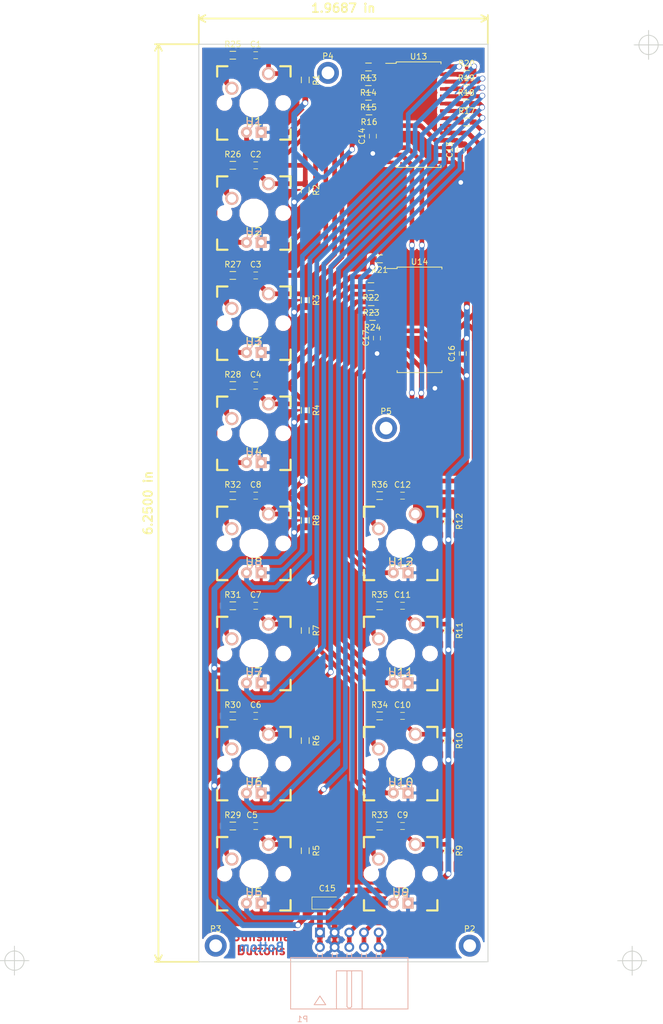
<source format=kicad_pcb>
(kicad_pcb (version 4) (host pcbnew 4.0.4-stable)
  (layers (0 F.Cu signal) (31 B.Cu signal) (34 B.Paste user) (35 F.Paste user) (36 B.SilkS user) (37 F.SilkS user) (38 B.Mask user) (39 F.Mask user) (44 Edge.Cuts user))
  (net 0 "")
  (net 1 /VDD)
  (net 2 "Net-(C1-Pad2)")
  (net 3 "Net-(C2-Pad2)")
  (net 4 "Net-(C3-Pad2)")
  (net 5 "Net-(C4-Pad2)")
  (net 6 "Net-(C5-Pad2)")
  (net 7 "Net-(C6-Pad2)")
  (net 8 "Net-(C7-Pad2)")
  (net 9 "Net-(C8-Pad2)")
  (net 10 "Net-(C9-Pad2)")
  (net 11 "Net-(C10-Pad2)")
  (net 12 "Net-(C11-Pad2)")
  (net 13 "Net-(C12-Pad2)")
  (net 14 /GND)
  (net 15 /S_CLK_L)
  (net 16 /S_DAT_L)
  (net 17 "Net-(R13-Pad1)")
  (net 18 "Net-(R14-Pad1)")
  (net 19 "Net-(R15-Pad1)")
  (net 20 "Net-(R16-Pad1)")
  (net 21 "Net-(R17-Pad1)")
  (net 22 "Net-(R18-Pad1)")
  (net 23 "Net-(R19-Pad1)")
  (net 24 "Net-(R20-Pad1)")
  (net 25 "Net-(R21-Pad1)")
  (net 26 "Net-(R22-Pad1)")
  (net 27 "Net-(R23-Pad1)")
  (net 28 "Net-(R24-Pad1)")
  (net 29 "Net-(D1-Pad1)")
  (net 30 "Net-(D2-Pad1)")
  (net 31 "Net-(D3-Pad1)")
  (net 32 "Net-(D4-Pad1)")
  (net 33 "Net-(D5-Pad1)")
  (net 34 "Net-(D6-Pad1)")
  (net 35 "Net-(D7-Pad1)")
  (net 36 "Net-(D8-Pad1)")
  (net 37 "Net-(D9-Pad1)")
  (net 38 "Net-(D10-Pad1)")
  (net 39 "Net-(D11-Pad1)")
  (net 40 "Net-(D12-Pad1)")
  (net 41 "Net-(R25-Pad1)")
  (net 42 "Net-(R26-Pad1)")
  (net 43 "Net-(R27-Pad1)")
  (net 44 "Net-(R28-Pad1)")
  (net 45 "Net-(R29-Pad1)")
  (net 46 "Net-(R30-Pad1)")
  (net 47 "Net-(R31-Pad1)")
  (net 48 "Net-(R32-Pad1)")
  (net 49 "Net-(R33-Pad1)")
  (net 50 "Net-(R34-Pad1)")
  (net 51 "Net-(R35-Pad1)")
  (net 52 "Net-(R36-Pad1)")
  (net 53 /INT)
  (net 54 "Net-(P2-Pad1)")
  (net 55 "Net-(P3-Pad1)")
  (net 56 "Net-(P4-Pad1)")
  (net 57 "Net-(U14-Pad21)")
  (net 58 "Net-(U14-Pad22)")
  (net 59 "Net-(U14-Pad23)")
  (net 60 "Net-(U14-Pad24)")
  (net 61 "Net-(U14-Pad25)")
  (net 62 "Net-(U14-Pad26)")
  (net 63 "Net-(U14-Pad27)")
  (net 64 "Net-(U14-Pad28)")
  (net 65 "Net-(P5-Pad1)")
  (module Resistors_SMD:R_0603_HandSoldering (layer F.Cu) (at 112.6016 103.9108)
    (fp_text reference R36 (at 0 -1.9) (layer F.SilkS))
    (fp_text value 220)
    (pad 1 smd rect (at -1.1 0) (size 1.2 0.9) (layers F.Cu F.Paste F.Mask) (net 52 "Net-(R36-Pad1)"))
    (pad 2 smd rect (at 1.1 0) (size 1.2 0.9) (layers F.Cu F.Paste F.Mask) (net 14 /GND))
  )
  (module Keyboard:CHERRY_PCB_100H (layer F.Cu) (at 116.2416 150.2658)
    (fp_text reference U10 (at 0 3.175) (layer F.SilkS) (effects (font (size 1.27 1.524) (thickness 0.2032))))
    (fp_text value CHERRY-MX hide)
    (pad 1 thru_hole circle (at 2.54 -5.08) (size 2.286 2.286) (drill 1.4986) (layers *.Cu *.SilkS *.Mask) (net 11 "Net-(C10-Pad2)"))
    (pad 2 thru_hole circle (at -3.81 -2.54) (size 2.286 2.286) (drill 1.4986) (layers *.Cu *.SilkS *.Mask) (net 50 "Net-(R34-Pad1)"))
    (pad HOLE np_thru_hole circle (at 0 0) (size 3.9878 3.9878) (drill 3.9878) (layers *.Cu))
    (pad HOLE np_thru_hole circle (at -5.08 0) (size 1.7018 1.7018) (drill 1.7018) (layers *.Cu))
    (pad HOLE np_thru_hole circle (at 5.08 0) (size 1.7018 1.7018) (drill 1.7018) (layers *.Cu))
  )
  (module Capacitors_SMD:C_0603_HandSoldering (layer F.Cu) (at 91.1616 161.0608)
    (fp_text reference C5 (at -0.635 -1.9) (layer F.SilkS))
    (fp_text value 100n)
    (pad 1 smd rect (at -0.95 0) (size 1.2 0.75) (layers F.Cu F.Paste F.Mask) (net 14 /GND))
    (pad 2 smd rect (at 0.95 0) (size 1.2 0.75) (layers F.Cu F.Paste F.Mask) (net 6 "Net-(C5-Pad2)"))
  )
  (module Keyboard:CHERRY_PCB_100H (layer F.Cu) (at 90.8416 55.0158)
    (fp_text reference U2 (at 0 3.175) (layer F.SilkS) (effects (font (size 1.27 1.524) (thickness 0.2032))))
    (fp_text value CHERRY-MX hide)
    (pad 1 thru_hole circle (at 2.54 -5.08) (size 2.286 2.286) (drill 1.4986) (layers *.Cu *.SilkS *.Mask) (net 3 "Net-(C2-Pad2)"))
    (pad 2 thru_hole circle (at -3.81 -2.54) (size 2.286 2.286) (drill 1.4986) (layers *.Cu *.SilkS *.Mask) (net 42 "Net-(R26-Pad1)"))
    (pad HOLE np_thru_hole circle (at 0 0) (size 3.9878 3.9878) (drill 3.9878) (layers *.Cu))
    (pad HOLE np_thru_hole circle (at -5.08 0) (size 1.7018 1.7018) (drill 1.7018) (layers *.Cu))
    (pad HOLE np_thru_hole circle (at 5.08 0) (size 1.7018 1.7018) (drill 1.7018) (layers *.Cu))
  )
  (module Keyboard:CHERRY_PCB_100H (layer F.Cu) (at 90.8416 112.1658)
    (fp_text reference U8 (at 0 3.175) (layer F.SilkS) (effects (font (size 1.27 1.524) (thickness 0.2032))))
    (fp_text value CHERRY-MX hide)
    (pad 1 thru_hole circle (at 2.54 -5.08) (size 2.286 2.286) (drill 1.4986) (layers *.Cu *.SilkS *.Mask) (net 9 "Net-(C8-Pad2)"))
    (pad 2 thru_hole circle (at -3.81 -2.54) (size 2.286 2.286) (drill 1.4986) (layers *.Cu *.SilkS *.Mask) (net 48 "Net-(R32-Pad1)"))
    (pad HOLE np_thru_hole circle (at 0 0) (size 3.9878 3.9878) (drill 3.9878) (layers *.Cu))
    (pad HOLE np_thru_hole circle (at -5.08 0) (size 1.7018 1.7018) (drill 1.7018) (layers *.Cu))
    (pad HOLE np_thru_hole circle (at 5.08 0) (size 1.7018 1.7018) (drill 1.7018) (layers *.Cu))
  )
  (module Keyboard:CHERRY_PCB_100H (layer F.Cu) (at 90.8416 74.0658)
    (fp_text reference U3 (at 0 3.175) (layer F.SilkS) (effects (font (size 1.27 1.524) (thickness 0.2032))))
    (fp_text value CHERRY-MX hide)
    (pad 1 thru_hole circle (at 2.54 -5.08) (size 2.286 2.286) (drill 1.4986) (layers *.Cu *.SilkS *.Mask) (net 4 "Net-(C3-Pad2)"))
    (pad 2 thru_hole circle (at -3.81 -2.54) (size 2.286 2.286) (drill 1.4986) (layers *.Cu *.SilkS *.Mask) (net 43 "Net-(R27-Pad1)"))
    (pad HOLE np_thru_hole circle (at 0 0) (size 3.9878 3.9878) (drill 3.9878) (layers *.Cu))
    (pad HOLE np_thru_hole circle (at -5.08 0) (size 1.7018 1.7018) (drill 1.7018) (layers *.Cu))
    (pad HOLE np_thru_hole circle (at 5.08 0) (size 1.7018 1.7018) (drill 1.7018) (layers *.Cu))
  )
  (module Capacitors_SMD:C_0603_HandSoldering (layer F.Cu) (at 91.1566 27.7108)
    (fp_text reference C1 (at 0 -1.9) (layer F.SilkS))
    (fp_text value 100n)
    (pad 1 smd rect (at -0.95 0) (size 1.2 0.75) (layers F.Cu F.Paste F.Mask) (net 14 /GND))
    (pad 2 smd rect (at 0.95 0) (size 1.2 0.75) (layers F.Cu F.Paste F.Mask) (net 2 "Net-(C1-Pad2)"))
  )
  (module Capacitors_SMD:C_0603_HandSoldering (layer F.Cu) (at 91.1566 46.7608)
    (fp_text reference C2 (at 0 -1.9) (layer F.SilkS))
    (fp_text value 100n)
    (pad 1 smd rect (at -0.95 0) (size 1.2 0.75) (layers F.Cu F.Paste F.Mask) (net 14 /GND))
    (pad 2 smd rect (at 0.95 0) (size 1.2 0.75) (layers F.Cu F.Paste F.Mask) (net 3 "Net-(C2-Pad2)"))
  )
  (module Capacitors_SMD:C_0603_HandSoldering (layer F.Cu) (at 91.1616 65.8108)
    (fp_text reference C3 (at 0 -1.9) (layer F.SilkS))
    (fp_text value 100n)
    (pad 1 smd rect (at -0.95 0) (size 1.2 0.75) (layers F.Cu F.Paste F.Mask) (net 14 /GND))
    (pad 2 smd rect (at 0.95 0) (size 1.2 0.75) (layers F.Cu F.Paste F.Mask) (net 4 "Net-(C3-Pad2)"))
  )
  (module Capacitors_SMD:C_0603_HandSoldering (layer F.Cu) (at 91.1616 84.8608)
    (fp_text reference C4 (at 0 -1.9) (layer F.SilkS))
    (fp_text value 100n)
    (pad 1 smd rect (at -0.95 0) (size 1.2 0.75) (layers F.Cu F.Paste F.Mask) (net 14 /GND))
    (pad 2 smd rect (at 0.95 0) (size 1.2 0.75) (layers F.Cu F.Paste F.Mask) (net 5 "Net-(C4-Pad2)"))
  )
  (module Capacitors_SMD:C_0603_HandSoldering (layer F.Cu) (at 91.1616 142.0108)
    (fp_text reference C6 (at 0 -1.9) (layer F.SilkS))
    (fp_text value 100n)
    (pad 1 smd rect (at -0.95 0) (size 1.2 0.75) (layers F.Cu F.Paste F.Mask) (net 14 /GND))
    (pad 2 smd rect (at 0.95 0) (size 1.2 0.75) (layers F.Cu F.Paste F.Mask) (net 7 "Net-(C6-Pad2)"))
  )
  (module Capacitors_SMD:C_0603_HandSoldering (layer F.Cu) (at 91.1616 122.9608)
    (fp_text reference C7 (at 0 -1.9) (layer F.SilkS))
    (fp_text value 100n)
    (pad 1 smd rect (at -0.95 0) (size 1.2 0.75) (layers F.Cu F.Paste F.Mask) (net 14 /GND))
    (pad 2 smd rect (at 0.95 0) (size 1.2 0.75) (layers F.Cu F.Paste F.Mask) (net 8 "Net-(C7-Pad2)"))
  )
  (module Capacitors_SMD:C_0603_HandSoldering (layer F.Cu) (at 91.1616 103.9108)
    (fp_text reference C8 (at 0 -1.9) (layer F.SilkS))
    (fp_text value 100n)
    (pad 1 smd rect (at -0.95 0) (size 1.2 0.75) (layers F.Cu F.Paste F.Mask) (net 14 /GND))
    (pad 2 smd rect (at 0.95 0) (size 1.2 0.75) (layers F.Cu F.Paste F.Mask) (net 9 "Net-(C8-Pad2)"))
  )
  (module Capacitors_SMD:C_0603_HandSoldering (layer F.Cu) (at 116.5616 161.0608)
    (fp_text reference C9 (at 0 -1.9) (layer F.SilkS))
    (fp_text value 100n)
    (pad 1 smd rect (at -0.95 0) (size 1.2 0.75) (layers F.Cu F.Paste F.Mask) (net 14 /GND))
    (pad 2 smd rect (at 0.95 0) (size 1.2 0.75) (layers F.Cu F.Paste F.Mask) (net 10 "Net-(C9-Pad2)"))
  )
  (module Capacitors_SMD:C_0603_HandSoldering (layer F.Cu) (at 116.5616 142.0108)
    (fp_text reference C10 (at 0 -1.9 180) (layer F.SilkS))
    (fp_text value 100n)
    (pad 1 smd rect (at -0.95 0) (size 1.2 0.75) (layers F.Cu F.Paste F.Mask) (net 14 /GND))
    (pad 2 smd rect (at 0.95 0) (size 1.2 0.75) (layers F.Cu F.Paste F.Mask) (net 11 "Net-(C10-Pad2)"))
  )
  (module Capacitors_SMD:C_0603_HandSoldering (layer F.Cu) (at 116.5616 122.9608)
    (fp_text reference C11 (at 0 -1.9) (layer F.SilkS))
    (fp_text value 100n)
    (pad 1 smd rect (at -0.95 0) (size 1.2 0.75) (layers F.Cu F.Paste F.Mask) (net 14 /GND))
    (pad 2 smd rect (at 0.95 0) (size 1.2 0.75) (layers F.Cu F.Paste F.Mask) (net 12 "Net-(C11-Pad2)"))
  )
  (module Capacitors_SMD:C_0603_HandSoldering (layer F.Cu) (at 116.5616 103.9108)
    (fp_text reference C12 (at 0 -1.9) (layer F.SilkS))
    (fp_text value 100n)
    (pad 1 smd rect (at -0.95 0) (size 1.2 0.75) (layers F.Cu F.Paste F.Mask) (net 14 /GND))
    (pad 2 smd rect (at 0.95 0) (size 1.2 0.75) (layers F.Cu F.Paste F.Mask) (net 13 "Net-(C12-Pad2)"))
  )
  (module Capacitors_SMD:C_0603_HandSoldering (layer F.Cu) (at 126.6116 44.0758 90)
    (fp_text reference C13 (at 0 -1.9 90) (layer F.SilkS))
    (fp_text value 100n)
    (pad 1 smd rect (at -0.95 0 90) (size 1.2 0.75) (layers F.Cu F.Paste F.Mask) (net 14 /GND))
    (pad 2 smd rect (at 0.95 0 90) (size 1.2 0.75) (layers F.Cu F.Paste F.Mask) (net 1 /VDD))
  )
  (module Capacitors_SMD:C_0603_HandSoldering (layer F.Cu) (at 111.4316 41.7158 90)
    (fp_text reference C14 (at 0 -1.9 90) (layer F.SilkS))
    (fp_text value 100n)
    (pad 1 smd rect (at -0.95 0 90) (size 1.2 0.75) (layers F.Cu F.Paste F.Mask) (net 14 /GND))
    (pad 2 smd rect (at 0.95 0 90) (size 1.2 0.75) (layers F.Cu F.Paste F.Mask) (net 1 /VDD))
  )
  (module Keyboard:CHERRY_MX_LED (layer F.Cu) (at 90.8416 35.9658)
    (fp_text reference D1 (at 0 3.81 180) (layer B.SilkS) (effects (font (size 1.27 1.524) (thickness 0.2032))))
    (fp_text value LED_Small_ALT hide)
    (pad 1 thru_hole circle (at -1.27 5.08) (size 1.905 1.905) (drill 0.9906) (layers *.Cu *.SilkS *.Mask) (net 29 "Net-(D1-Pad1)"))
    (pad 2 thru_hole rect (at 1.27 5.08) (size 1.905 1.905) (drill 0.9906) (layers *.Cu *.SilkS *.Mask) (net 14 /GND))
  )
  (module Keyboard:CHERRY_MX_LED (layer F.Cu) (at 90.8416 55.0158)
    (fp_text reference D2 (at 0 3.81) (layer B.SilkS) (effects (font (size 1.27 1.524) (thickness 0.2032))))
    (fp_text value LED_Small_ALT hide)
    (pad 1 thru_hole circle (at -1.27 5.08) (size 1.905 1.905) (drill 0.9906) (layers *.Cu *.SilkS *.Mask) (net 30 "Net-(D2-Pad1)"))
    (pad 2 thru_hole rect (at 1.27 5.08) (size 1.905 1.905) (drill 0.9906) (layers *.Cu *.SilkS *.Mask) (net 14 /GND))
  )
  (module Keyboard:CHERRY_MX_LED (layer F.Cu) (at 90.8416 74.0658)
    (fp_text reference D3 (at 0 3.81) (layer B.SilkS) (effects (font (size 1.27 1.524) (thickness 0.2032))))
    (fp_text value LED_Small_ALT hide)
    (pad 1 thru_hole circle (at -1.27 5.08) (size 1.905 1.905) (drill 0.9906) (layers *.Cu *.SilkS *.Mask) (net 31 "Net-(D3-Pad1)"))
    (pad 2 thru_hole rect (at 1.27 5.08) (size 1.905 1.905) (drill 0.9906) (layers *.Cu *.SilkS *.Mask) (net 14 /GND))
  )
  (module Keyboard:CHERRY_MX_LED (layer F.Cu) (at 90.8416 93.1158)
    (fp_text reference D4 (at 0 3.81) (layer B.SilkS) (effects (font (size 1.27 1.524) (thickness 0.2032))))
    (fp_text value LED_Small_ALT hide)
    (pad 1 thru_hole circle (at -1.27 5.08) (size 1.905 1.905) (drill 0.9906) (layers *.Cu *.SilkS *.Mask) (net 32 "Net-(D4-Pad1)"))
    (pad 2 thru_hole rect (at 1.27 5.08) (size 1.905 1.905) (drill 0.9906) (layers *.Cu *.SilkS *.Mask) (net 14 /GND))
  )
  (module Keyboard:CHERRY_MX_LED (layer F.Cu) (at 90.8416 169.3158)
    (fp_text reference D5 (at 0 3.81) (layer B.SilkS) (effects (font (size 1.27 1.524) (thickness 0.2032))))
    (fp_text value LED_Small_ALT hide)
    (pad 1 thru_hole circle (at -1.27 5.08) (size 1.905 1.905) (drill 0.9906) (layers *.Cu *.SilkS *.Mask) (net 33 "Net-(D5-Pad1)"))
    (pad 2 thru_hole rect (at 1.27 5.08) (size 1.905 1.905) (drill 0.9906) (layers *.Cu *.SilkS *.Mask) (net 14 /GND))
  )
  (module Keyboard:CHERRY_MX_LED (layer F.Cu) (at 90.8416 150.2658)
    (fp_text reference D6 (at 0 3.81) (layer B.SilkS) (effects (font (size 1.27 1.524) (thickness 0.2032))))
    (fp_text value LED_Small_ALT hide)
    (pad 1 thru_hole circle (at -1.27 5.08) (size 1.905 1.905) (drill 0.9906) (layers *.Cu *.SilkS *.Mask) (net 34 "Net-(D6-Pad1)"))
    (pad 2 thru_hole rect (at 1.27 5.08) (size 1.905 1.905) (drill 0.9906) (layers *.Cu *.SilkS *.Mask) (net 14 /GND))
  )
  (module Keyboard:CHERRY_MX_LED (layer F.Cu) (at 90.8416 131.2158)
    (fp_text reference D7 (at 0 3.81) (layer B.SilkS) (effects (font (size 1.27 1.524) (thickness 0.2032))))
    (fp_text value LED_Small_ALT hide)
    (pad 1 thru_hole circle (at -1.27 5.08) (size 1.905 1.905) (drill 0.9906) (layers *.Cu *.SilkS *.Mask) (net 35 "Net-(D7-Pad1)"))
    (pad 2 thru_hole rect (at 1.27 5.08) (size 1.905 1.905) (drill 0.9906) (layers *.Cu *.SilkS *.Mask) (net 14 /GND))
  )
  (module Keyboard:CHERRY_MX_LED (layer F.Cu) (at 90.8416 112.1658)
    (fp_text reference D8 (at 0 3.81) (layer B.SilkS) (effects (font (size 1.27 1.524) (thickness 0.2032))))
    (fp_text value LED_Small_ALT hide)
    (pad 1 thru_hole circle (at -1.27 5.08) (size 1.905 1.905) (drill 0.9906) (layers *.Cu *.SilkS *.Mask) (net 36 "Net-(D8-Pad1)"))
    (pad 2 thru_hole rect (at 1.27 5.08) (size 1.905 1.905) (drill 0.9906) (layers *.Cu *.SilkS *.Mask) (net 14 /GND))
  )
  (module Keyboard:CHERRY_MX_LED (layer F.Cu) (at 116.2416 169.3158)
    (fp_text reference D9 (at 0 3.81) (layer B.SilkS) (effects (font (size 1.27 1.524) (thickness 0.2032))))
    (fp_text value LED_Small_ALT hide)
    (pad 1 thru_hole circle (at -1.27 5.08) (size 1.905 1.905) (drill 0.9906) (layers *.Cu *.SilkS *.Mask) (net 37 "Net-(D9-Pad1)"))
    (pad 2 thru_hole rect (at 1.27 5.08) (size 1.905 1.905) (drill 0.9906) (layers *.Cu *.SilkS *.Mask) (net 14 /GND))
  )
  (module Keyboard:CHERRY_MX_LED (layer F.Cu) (at 116.2416 150.2658)
    (fp_text reference D10 (at 0 3.81) (layer B.SilkS) (effects (font (size 1.27 1.524) (thickness 0.2032))))
    (fp_text value LED_Small_ALT hide)
    (pad 1 thru_hole circle (at -1.27 5.08) (size 1.905 1.905) (drill 0.9906) (layers *.Cu *.SilkS *.Mask) (net 38 "Net-(D10-Pad1)"))
    (pad 2 thru_hole rect (at 1.27 5.08) (size 1.905 1.905) (drill 0.9906) (layers *.Cu *.SilkS *.Mask) (net 14 /GND))
  )
  (module Keyboard:CHERRY_MX_LED (layer F.Cu) (at 116.2416 131.2158)
    (fp_text reference D11 (at 0 3.81) (layer B.SilkS) (effects (font (size 1.27 1.524) (thickness 0.2032))))
    (fp_text value LED_Small_ALT hide)
    (pad 1 thru_hole circle (at -1.27 5.08) (size 1.905 1.905) (drill 0.9906) (layers *.Cu *.SilkS *.Mask) (net 39 "Net-(D11-Pad1)"))
    (pad 2 thru_hole rect (at 1.27 5.08) (size 1.905 1.905) (drill 0.9906) (layers *.Cu *.SilkS *.Mask) (net 14 /GND))
  )
  (module Keyboard:CHERRY_MX_LED (layer F.Cu) (at 116.2416 112.1658)
    (fp_text reference D12 (at 0 3.81) (layer B.SilkS) (effects (font (size 1.27 1.524) (thickness 0.2032))))
    (fp_text value LED_Small_ALT hide)
    (pad 1 thru_hole circle (at -1.27 5.08) (size 1.905 1.905) (drill 0.9906) (layers *.Cu *.SilkS *.Mask) (net 40 "Net-(D12-Pad1)"))
    (pad 2 thru_hole rect (at 1.27 5.08) (size 1.905 1.905) (drill 0.9906) (layers *.Cu *.SilkS *.Mask) (net 14 /GND))
  )
  (module Resistors_SMD:R_0603_HandSoldering (layer F.Cu) (at 99.7316 31.9858 270)
    (fp_text reference R1 (at 0 -1.9 270) (layer F.SilkS))
    (fp_text value 10k)
    (pad 1 smd rect (at -1.1 0 270) (size 1.2 0.9) (layers F.Cu F.Paste F.Mask) (net 2 "Net-(C1-Pad2)"))
    (pad 2 smd rect (at 1.1 0 270) (size 1.2 0.9) (layers F.Cu F.Paste F.Mask) (net 1 /VDD))
  )
  (module Resistors_SMD:R_0603_HandSoldering (layer F.Cu) (at 99.7316 51.0358 270)
    (fp_text reference R2 (at 0 -1.9 270) (layer F.SilkS))
    (fp_text value 10k)
    (pad 1 smd rect (at -1.1 0 270) (size 1.2 0.9) (layers F.Cu F.Paste F.Mask) (net 3 "Net-(C2-Pad2)"))
    (pad 2 smd rect (at 1.1 0 270) (size 1.2 0.9) (layers F.Cu F.Paste F.Mask) (net 1 /VDD))
  )
  (module Resistors_SMD:R_0603_HandSoldering (layer F.Cu) (at 99.7316 70.0858 270)
    (fp_text reference R3 (at 0 -1.9 270) (layer F.SilkS))
    (fp_text value 10k)
    (pad 1 smd rect (at -1.1 0 270) (size 1.2 0.9) (layers F.Cu F.Paste F.Mask) (net 4 "Net-(C3-Pad2)"))
    (pad 2 smd rect (at 1.1 0 270) (size 1.2 0.9) (layers F.Cu F.Paste F.Mask) (net 1 /VDD))
  )
  (module Resistors_SMD:R_0603_HandSoldering (layer F.Cu) (at 99.7316 89.1358 270)
    (fp_text reference R4 (at 0 -1.9 270) (layer F.SilkS))
    (fp_text value 10k)
    (pad 1 smd rect (at -1.1 0 270) (size 1.2 0.9) (layers F.Cu F.Paste F.Mask) (net 5 "Net-(C4-Pad2)"))
    (pad 2 smd rect (at 1.1 0 270) (size 1.2 0.9) (layers F.Cu F.Paste F.Mask) (net 1 /VDD))
  )
  (module Resistors_SMD:R_0603_HandSoldering (layer F.Cu) (at 99.7316 165.3358 270)
    (fp_text reference R5 (at 0 -1.9 270) (layer F.SilkS))
    (fp_text value 10k)
    (pad 1 smd rect (at -1.1 0 270) (size 1.2 0.9) (layers F.Cu F.Paste F.Mask) (net 6 "Net-(C5-Pad2)"))
    (pad 2 smd rect (at 1.1 0 270) (size 1.2 0.9) (layers F.Cu F.Paste F.Mask) (net 1 /VDD))
  )
  (module Resistors_SMD:R_0603_HandSoldering (layer F.Cu) (at 99.7316 146.2858 270)
    (fp_text reference R6 (at 0 -1.9 270) (layer F.SilkS))
    (fp_text value 10k)
    (pad 1 smd rect (at -1.1 0 270) (size 1.2 0.9) (layers F.Cu F.Paste F.Mask) (net 7 "Net-(C6-Pad2)"))
    (pad 2 smd rect (at 1.1 0 270) (size 1.2 0.9) (layers F.Cu F.Paste F.Mask) (net 1 /VDD))
  )
  (module Resistors_SMD:R_0603_HandSoldering (layer F.Cu) (at 99.7316 127.2358 270)
    (fp_text reference R7 (at 0 -1.9 270) (layer F.SilkS))
    (fp_text value 10k)
    (pad 1 smd rect (at -1.1 0 270) (size 1.2 0.9) (layers F.Cu F.Paste F.Mask) (net 8 "Net-(C7-Pad2)"))
    (pad 2 smd rect (at 1.1 0 270) (size 1.2 0.9) (layers F.Cu F.Paste F.Mask) (net 1 /VDD))
  )
  (module Resistors_SMD:R_0603_HandSoldering (layer F.Cu) (at 99.7316 108.1858 270)
    (fp_text reference R8 (at 0 -1.9 270) (layer F.SilkS))
    (fp_text value 10k)
    (pad 1 smd rect (at -1.1 0 270) (size 1.2 0.9) (layers F.Cu F.Paste F.Mask) (net 9 "Net-(C8-Pad2)"))
    (pad 2 smd rect (at 1.1 0 270) (size 1.2 0.9) (layers F.Cu F.Paste F.Mask) (net 1 /VDD))
  )
  (module Resistors_SMD:R_0603_HandSoldering (layer F.Cu) (at 124.4966 165.3358 270)
    (fp_text reference R9 (at 0 -1.9 270) (layer F.SilkS))
    (fp_text value 10k)
    (pad 1 smd rect (at -1.1 0 270) (size 1.2 0.9) (layers F.Cu F.Paste F.Mask) (net 10 "Net-(C9-Pad2)"))
    (pad 2 smd rect (at 1.1 0 270) (size 1.2 0.9) (layers F.Cu F.Paste F.Mask) (net 1 /VDD))
  )
  (module Resistors_SMD:R_0603_HandSoldering (layer F.Cu) (at 124.4966 146.2858 270)
    (fp_text reference R10 (at 0 -1.9 270) (layer F.SilkS))
    (fp_text value 10k)
    (pad 1 smd rect (at -1.1 0 270) (size 1.2 0.9) (layers F.Cu F.Paste F.Mask) (net 11 "Net-(C10-Pad2)"))
    (pad 2 smd rect (at 1.1 0 270) (size 1.2 0.9) (layers F.Cu F.Paste F.Mask) (net 1 /VDD))
  )
  (module Resistors_SMD:R_0603_HandSoldering (layer F.Cu) (at 124.4966 127.2358 270)
    (fp_text reference R11 (at 0 -1.9 270) (layer F.SilkS))
    (fp_text value 10k)
    (pad 1 smd rect (at -1.1 0 270) (size 1.2 0.9) (layers F.Cu F.Paste F.Mask) (net 12 "Net-(C11-Pad2)"))
    (pad 2 smd rect (at 1.1 0 270) (size 1.2 0.9) (layers F.Cu F.Paste F.Mask) (net 1 /VDD))
  )
  (module Resistors_SMD:R_0603_HandSoldering (layer F.Cu) (at 124.4966 108.3558 270)
    (fp_text reference R12 (at 0 -1.9 270) (layer F.SilkS))
    (fp_text value 10k)
    (pad 1 smd rect (at -1.1 0 270) (size 1.2 0.9) (layers F.Cu F.Paste F.Mask) (net 13 "Net-(C12-Pad2)"))
    (pad 2 smd rect (at 1.1 0 270) (size 1.2 0.9) (layers F.Cu F.Paste F.Mask) (net 1 /VDD))
  )
  (module Resistors_SMD:R_0603_HandSoldering (layer F.Cu) (at 110.6716 29.7458 180)
    (fp_text reference R13 (at 0 -1.9 180) (layer F.SilkS))
    (fp_text value 100)
    (pad 1 smd rect (at -1.1 0 180) (size 1.2 0.9) (layers F.Cu F.Paste F.Mask) (net 17 "Net-(R13-Pad1)"))
    (pad 2 smd rect (at 1.1 0 180) (size 1.2 0.9) (layers F.Cu F.Paste F.Mask) (net 29 "Net-(D1-Pad1)"))
  )
  (module Resistors_SMD:R_0603_HandSoldering (layer F.Cu) (at 110.6516 32.2858 180)
    (fp_text reference R14 (at 0 -1.9 180) (layer F.SilkS))
    (fp_text value 100)
    (pad 1 smd rect (at -1.1 0 180) (size 1.2 0.9) (layers F.Cu F.Paste F.Mask) (net 18 "Net-(R14-Pad1)"))
    (pad 2 smd rect (at 1.1 0 180) (size 1.2 0.9) (layers F.Cu F.Paste F.Mask) (net 30 "Net-(D2-Pad1)"))
  )
  (module Resistors_SMD:R_0603_HandSoldering (layer F.Cu) (at 110.6716 34.8158 180)
    (fp_text reference R15 (at 0 -1.9 180) (layer F.SilkS))
    (fp_text value 100)
    (pad 1 smd rect (at -1.1 0 180) (size 1.2 0.9) (layers F.Cu F.Paste F.Mask) (net 19 "Net-(R15-Pad1)"))
    (pad 2 smd rect (at 1.1 0 180) (size 1.2 0.9) (layers F.Cu F.Paste F.Mask) (net 31 "Net-(D3-Pad1)"))
  )
  (module Resistors_SMD:R_0603_HandSoldering (layer F.Cu) (at 110.7616 37.3558 180)
    (fp_text reference R16 (at 0 -1.9 180) (layer F.SilkS))
    (fp_text value 100)
    (pad 1 smd rect (at -1.1 0 180) (size 1.2 0.9) (layers F.Cu F.Paste F.Mask) (net 20 "Net-(R16-Pad1)"))
    (pad 2 smd rect (at 1.1 0 180) (size 1.2 0.9) (layers F.Cu F.Paste F.Mask) (net 32 "Net-(D4-Pad1)"))
  )
  (module Resistors_SMD:R_0603_HandSoldering (layer F.Cu) (at 127.6716 39.2658)
    (fp_text reference R17 (at 0 -1.9) (layer F.SilkS))
    (fp_text value 100)
    (pad 1 smd rect (at -1.1 0) (size 1.2 0.9) (layers F.Cu F.Paste F.Mask) (net 21 "Net-(R17-Pad1)"))
    (pad 2 smd rect (at 1.1 0) (size 1.2 0.9) (layers F.Cu F.Paste F.Mask) (net 33 "Net-(D5-Pad1)"))
  )
  (module Resistors_SMD:R_0603_HandSoldering (layer F.Cu) (at 127.5716 36.0958)
    (fp_text reference R18 (at 0 -1.9) (layer F.SilkS))
    (fp_text value 100)
    (pad 1 smd rect (at -1.1 0) (size 1.2 0.9) (layers F.Cu F.Paste F.Mask) (net 22 "Net-(R18-Pad1)"))
    (pad 2 smd rect (at 1.1 0) (size 1.2 0.9) (layers F.Cu F.Paste F.Mask) (net 34 "Net-(D6-Pad1)"))
  )
  (module Resistors_SMD:R_0603_HandSoldering (layer F.Cu) (at 127.5916 33.5558)
    (fp_text reference R19 (at 0 -1.9) (layer F.SilkS))
    (fp_text value 100)
    (pad 1 smd rect (at -1.1 0) (size 1.2 0.9) (layers F.Cu F.Paste F.Mask) (net 23 "Net-(R19-Pad1)"))
    (pad 2 smd rect (at 1.1 0) (size 1.2 0.9) (layers F.Cu F.Paste F.Mask) (net 35 "Net-(D7-Pad1)"))
  )
  (module Resistors_SMD:R_0603_HandSoldering (layer F.Cu) (at 127.6316 31.0258)
    (fp_text reference R20 (at 0 -1.9) (layer F.SilkS))
    (fp_text value 100)
    (pad 1 smd rect (at -1.1 0) (size 1.2 0.9) (layers F.Cu F.Paste F.Mask) (net 24 "Net-(R20-Pad1)"))
    (pad 2 smd rect (at 1.1 0) (size 1.2 0.9) (layers F.Cu F.Paste F.Mask) (net 36 "Net-(D8-Pad1)"))
  )
  (module Resistors_SMD:R_0603_HandSoldering (layer F.Cu) (at 112.5916 62.9458 180)
    (fp_text reference R21 (at 0 -1.9 180) (layer F.SilkS))
    (fp_text value 100)
    (pad 1 smd rect (at -1.1 0 180) (size 1.2 0.9) (layers F.Cu F.Paste F.Mask) (net 25 "Net-(R21-Pad1)"))
    (pad 2 smd rect (at 1.1 0 180) (size 1.2 0.9) (layers F.Cu F.Paste F.Mask) (net 37 "Net-(D9-Pad1)"))
  )
  (module Resistors_SMD:R_0603_HandSoldering (layer F.Cu) (at 111.1016 67.7458 180)
    (fp_text reference R22 (at 0 -1.9 180) (layer F.SilkS))
    (fp_text value 100)
    (pad 1 smd rect (at -1.1 0 180) (size 1.2 0.9) (layers F.Cu F.Paste F.Mask) (net 26 "Net-(R22-Pad1)"))
    (pad 2 smd rect (at 1.1 0 180) (size 1.2 0.9) (layers F.Cu F.Paste F.Mask) (net 38 "Net-(D10-Pad1)"))
  )
  (module Resistors_SMD:R_0603_HandSoldering (layer F.Cu) (at 111.1416 70.3558 180)
    (fp_text reference R23 (at 0 -1.9 180) (layer F.SilkS))
    (fp_text value 100)
    (pad 1 smd rect (at -1.1 0 180) (size 1.2 0.9) (layers F.Cu F.Paste F.Mask) (net 27 "Net-(R23-Pad1)"))
    (pad 2 smd rect (at 1.1 0 180) (size 1.2 0.9) (layers F.Cu F.Paste F.Mask) (net 39 "Net-(D11-Pad1)"))
  )
  (module Resistors_SMD:R_0603_HandSoldering (layer F.Cu) (at 111.3716 72.9158 180)
    (fp_text reference R24 (at 0 -1.9 180) (layer F.SilkS))
    (fp_text value 100)
    (pad 1 smd rect (at -1.1 0 180) (size 1.2 0.9) (layers F.Cu F.Paste F.Mask) (net 28 "Net-(R24-Pad1)"))
    (pad 2 smd rect (at 1.1 0 180) (size 1.2 0.9) (layers F.Cu F.Paste F.Mask) (net 40 "Net-(D12-Pad1)"))
  )
  (module Keyboard:CHERRY_PCB_100H (layer F.Cu) (at 90.8416 35.9658)
    (fp_text reference U1 (at 0 3.175) (layer F.SilkS) (effects (font (size 1.27 1.524) (thickness 0.2032))))
    (fp_text value CHERRY-MX hide)
    (pad 1 thru_hole circle (at 2.54 -5.08) (size 2.286 2.286) (drill 1.4986) (layers *.Cu *.SilkS *.Mask) (net 2 "Net-(C1-Pad2)"))
    (pad 2 thru_hole circle (at -3.81 -2.54) (size 2.286 2.286) (drill 1.4986) (layers *.Cu *.SilkS *.Mask) (net 41 "Net-(R25-Pad1)"))
    (pad HOLE np_thru_hole circle (at 0 0) (size 3.9878 3.9878) (drill 3.9878) (layers *.Cu))
    (pad HOLE np_thru_hole circle (at -5.08 0) (size 1.7018 1.7018) (drill 1.7018) (layers *.Cu))
    (pad HOLE np_thru_hole circle (at 5.08 0) (size 1.7018 1.7018) (drill 1.7018) (layers *.Cu))
  )
  (module Keyboard:CHERRY_PCB_100H (layer F.Cu) (at 90.8416 93.1158)
    (fp_text reference U4 (at 0 3.175) (layer F.SilkS) (effects (font (size 1.27 1.524) (thickness 0.2032))))
    (fp_text value CHERRY-MX hide)
    (pad 1 thru_hole circle (at 2.54 -5.08) (size 2.286 2.286) (drill 1.4986) (layers *.Cu *.SilkS *.Mask) (net 5 "Net-(C4-Pad2)"))
    (pad 2 thru_hole circle (at -3.81 -2.54) (size 2.286 2.286) (drill 1.4986) (layers *.Cu *.SilkS *.Mask) (net 44 "Net-(R28-Pad1)"))
    (pad HOLE np_thru_hole circle (at 0 0) (size 3.9878 3.9878) (drill 3.9878) (layers *.Cu))
    (pad HOLE np_thru_hole circle (at -5.08 0) (size 1.7018 1.7018) (drill 1.7018) (layers *.Cu))
    (pad HOLE np_thru_hole circle (at 5.08 0) (size 1.7018 1.7018) (drill 1.7018) (layers *.Cu))
  )
  (module Keyboard:CHERRY_PCB_100H (layer F.Cu) (at 90.8416 169.3158)
    (fp_text reference U5 (at 0 3.175) (layer F.SilkS) (effects (font (size 1.27 1.524) (thickness 0.2032))))
    (fp_text value CHERRY-MX hide)
    (pad 1 thru_hole circle (at 2.54 -5.08) (size 2.286 2.286) (drill 1.4986) (layers *.Cu *.SilkS *.Mask) (net 6 "Net-(C5-Pad2)"))
    (pad 2 thru_hole circle (at -3.81 -2.54) (size 2.286 2.286) (drill 1.4986) (layers *.Cu *.SilkS *.Mask) (net 45 "Net-(R29-Pad1)"))
    (pad HOLE np_thru_hole circle (at 0 0) (size 3.9878 3.9878) (drill 3.9878) (layers *.Cu))
    (pad HOLE np_thru_hole circle (at -5.08 0) (size 1.7018 1.7018) (drill 1.7018) (layers *.Cu))
    (pad HOLE np_thru_hole circle (at 5.08 0) (size 1.7018 1.7018) (drill 1.7018) (layers *.Cu))
  )
  (module Keyboard:CHERRY_PCB_100H (layer F.Cu) (at 90.8416 150.2658)
    (fp_text reference U6 (at 0 3.175) (layer F.SilkS) (effects (font (size 1.27 1.524) (thickness 0.2032))))
    (fp_text value CHERRY-MX hide)
    (pad 1 thru_hole circle (at 2.54 -5.08) (size 2.286 2.286) (drill 1.4986) (layers *.Cu *.SilkS *.Mask) (net 7 "Net-(C6-Pad2)"))
    (pad 2 thru_hole circle (at -3.81 -2.54) (size 2.286 2.286) (drill 1.4986) (layers *.Cu *.SilkS *.Mask) (net 46 "Net-(R30-Pad1)"))
    (pad HOLE np_thru_hole circle (at 0 0) (size 3.9878 3.9878) (drill 3.9878) (layers *.Cu))
    (pad HOLE np_thru_hole circle (at -5.08 0) (size 1.7018 1.7018) (drill 1.7018) (layers *.Cu))
    (pad HOLE np_thru_hole circle (at 5.08 0) (size 1.7018 1.7018) (drill 1.7018) (layers *.Cu))
  )
  (module Keyboard:CHERRY_PCB_100H (layer F.Cu) (at 90.8416 131.2158)
    (fp_text reference U7 (at 0 3.175) (layer F.SilkS) (effects (font (size 1.27 1.524) (thickness 0.2032))))
    (fp_text value CHERRY-MX hide)
    (pad 1 thru_hole circle (at 2.54 -5.08) (size 2.286 2.286) (drill 1.4986) (layers *.Cu *.SilkS *.Mask) (net 8 "Net-(C7-Pad2)"))
    (pad 2 thru_hole circle (at -3.81 -2.54) (size 2.286 2.286) (drill 1.4986) (layers *.Cu *.SilkS *.Mask) (net 47 "Net-(R31-Pad1)"))
    (pad HOLE np_thru_hole circle (at 0 0) (size 3.9878 3.9878) (drill 3.9878) (layers *.Cu))
    (pad HOLE np_thru_hole circle (at -5.08 0) (size 1.7018 1.7018) (drill 1.7018) (layers *.Cu))
    (pad HOLE np_thru_hole circle (at 5.08 0) (size 1.7018 1.7018) (drill 1.7018) (layers *.Cu))
  )
  (module Keyboard:CHERRY_PCB_100H (layer F.Cu) (at 116.2416 169.3158)
    (fp_text reference U9 (at 0 3.175) (layer F.SilkS) (effects (font (size 1.27 1.524) (thickness 0.2032))))
    (fp_text value CHERRY-MX hide)
    (pad 1 thru_hole circle (at 2.54 -5.08) (size 2.286 2.286) (drill 1.4986) (layers *.Cu *.SilkS *.Mask) (net 10 "Net-(C9-Pad2)"))
    (pad 2 thru_hole circle (at -3.81 -2.54) (size 2.286 2.286) (drill 1.4986) (layers *.Cu *.SilkS *.Mask) (net 49 "Net-(R33-Pad1)"))
    (pad HOLE np_thru_hole circle (at 0 0) (size 3.9878 3.9878) (drill 3.9878) (layers *.Cu))
    (pad HOLE np_thru_hole circle (at -5.08 0) (size 1.7018 1.7018) (drill 1.7018) (layers *.Cu))
    (pad HOLE np_thru_hole circle (at 5.08 0) (size 1.7018 1.7018) (drill 1.7018) (layers *.Cu))
  )
  (module Keyboard:CHERRY_PCB_100H (layer F.Cu) (at 116.2416 131.2158)
    (fp_text reference U11 (at 0 3.175) (layer F.SilkS) (effects (font (size 1.27 1.524) (thickness 0.2032))))
    (fp_text value CHERRY-MX hide)
    (pad 1 thru_hole circle (at 2.54 -5.08) (size 2.286 2.286) (drill 1.4986) (layers *.Cu *.SilkS *.Mask) (net 12 "Net-(C11-Pad2)"))
    (pad 2 thru_hole circle (at -3.81 -2.54) (size 2.286 2.286) (drill 1.4986) (layers *.Cu *.SilkS *.Mask) (net 51 "Net-(R35-Pad1)"))
    (pad HOLE np_thru_hole circle (at 0 0) (size 3.9878 3.9878) (drill 3.9878) (layers *.Cu))
    (pad HOLE np_thru_hole circle (at -5.08 0) (size 1.7018 1.7018) (drill 1.7018) (layers *.Cu))
    (pad HOLE np_thru_hole circle (at 5.08 0) (size 1.7018 1.7018) (drill 1.7018) (layers *.Cu))
  )
  (module Keyboard:CHERRY_PCB_100H (layer F.Cu) (at 116.2416 112.1658)
    (fp_text reference U12 (at 0 3.175) (layer F.SilkS) (effects (font (size 1.27 1.524) (thickness 0.2032))))
    (fp_text value CHERRY-MX hide)
    (pad 1 thru_hole circle (at 2.54 -5.08) (size 2.286 2.286) (drill 1.4986) (layers *.Cu *.SilkS *.Mask) (net 13 "Net-(C12-Pad2)"))
    (pad 2 thru_hole circle (at -3.81 -2.54) (size 2.286 2.286) (drill 1.4986) (layers *.Cu *.SilkS *.Mask) (net 52 "Net-(R36-Pad1)"))
    (pad HOLE np_thru_hole circle (at 0 0) (size 3.9878 3.9878) (drill 3.9878) (layers *.Cu))
    (pad HOLE np_thru_hole circle (at -5.08 0) (size 1.7018 1.7018) (drill 1.7018) (layers *.Cu))
    (pad HOLE np_thru_hole circle (at 5.08 0) (size 1.7018 1.7018) (drill 1.7018) (layers *.Cu))
  )
  (module Capacitors_SMD:C_0603_HandSoldering (layer F.Cu) (at 126.9816 79.3258 90)
    (fp_text reference C16 (at 0 -1.9 90) (layer F.SilkS))
    (fp_text value 100n)
    (pad 1 smd rect (at -0.95 0 90) (size 1.2 0.75) (layers F.Cu F.Paste F.Mask) (net 14 /GND))
    (pad 2 smd rect (at 0.95 0 90) (size 1.2 0.75) (layers F.Cu F.Paste F.Mask) (net 1 /VDD))
  )
  (module Capacitors_SMD:C_0603_HandSoldering (layer F.Cu) (at 112.1316 76.6458 90)
    (fp_text reference C17 (at 0 -1.9 90) (layer F.SilkS))
    (fp_text value 100n)
    (pad 1 smd rect (at -0.95 0 90) (size 1.2 0.75) (layers F.Cu F.Paste F.Mask) (net 14 /GND))
    (pad 2 smd rect (at 0.95 0 90) (size 1.2 0.75) (layers F.Cu F.Paste F.Mask) (net 1 /VDD))
  )
  (module Resistors_SMD:R_0603_HandSoldering (layer F.Cu) (at 87.2016 27.7108)
    (fp_text reference R25 (at 0 -1.9) (layer F.SilkS))
    (fp_text value 220)
    (pad 1 smd rect (at -1.1 0) (size 1.2 0.9) (layers F.Cu F.Paste F.Mask) (net 41 "Net-(R25-Pad1)"))
    (pad 2 smd rect (at 1.1 0) (size 1.2 0.9) (layers F.Cu F.Paste F.Mask) (net 14 /GND))
  )
  (module Resistors_SMD:R_0603_HandSoldering (layer F.Cu) (at 87.2016 46.7608)
    (fp_text reference R26 (at 0 -1.9) (layer F.SilkS))
    (fp_text value 220)
    (pad 1 smd rect (at -1.1 0) (size 1.2 0.9) (layers F.Cu F.Paste F.Mask) (net 42 "Net-(R26-Pad1)"))
    (pad 2 smd rect (at 1.1 0) (size 1.2 0.9) (layers F.Cu F.Paste F.Mask) (net 14 /GND))
  )
  (module Resistors_SMD:R_0603_HandSoldering (layer F.Cu) (at 87.2016 65.8108)
    (fp_text reference R27 (at 0 -1.9) (layer F.SilkS))
    (fp_text value 220)
    (pad 1 smd rect (at -1.1 0) (size 1.2 0.9) (layers F.Cu F.Paste F.Mask) (net 43 "Net-(R27-Pad1)"))
    (pad 2 smd rect (at 1.1 0) (size 1.2 0.9) (layers F.Cu F.Paste F.Mask) (net 14 /GND))
  )
  (module Resistors_SMD:R_0603_HandSoldering (layer F.Cu) (at 87.2016 84.8608)
    (fp_text reference R28 (at 0 -1.9) (layer F.SilkS))
    (fp_text value 220)
    (pad 1 smd rect (at -1.1 0) (size 1.2 0.9) (layers F.Cu F.Paste F.Mask) (net 44 "Net-(R28-Pad1)"))
    (pad 2 smd rect (at 1.1 0) (size 1.2 0.9) (layers F.Cu F.Paste F.Mask) (net 14 /GND))
  )
  (module Resistors_SMD:R_0603_HandSoldering (layer F.Cu) (at 87.2016 161.0608)
    (fp_text reference R29 (at 0 -1.9) (layer F.SilkS))
    (fp_text value 220)
    (pad 1 smd rect (at -1.1 0) (size 1.2 0.9) (layers F.Cu F.Paste F.Mask) (net 45 "Net-(R29-Pad1)"))
    (pad 2 smd rect (at 1.1 0) (size 1.2 0.9) (layers F.Cu F.Paste F.Mask) (net 14 /GND))
  )
  (module Resistors_SMD:R_0603_HandSoldering (layer F.Cu) (at 87.2016 142.0108)
    (fp_text reference R30 (at 0 -1.9) (layer F.SilkS))
    (fp_text value 220)
    (pad 1 smd rect (at -1.1 0) (size 1.2 0.9) (layers F.Cu F.Paste F.Mask) (net 46 "Net-(R30-Pad1)"))
    (pad 2 smd rect (at 1.1 0) (size 1.2 0.9) (layers F.Cu F.Paste F.Mask) (net 14 /GND))
  )
  (module Resistors_SMD:R_0603_HandSoldering (layer F.Cu) (at 87.2016 122.9608)
    (fp_text reference R31 (at 0 -1.9) (layer F.SilkS))
    (fp_text value 220)
    (pad 1 smd rect (at -1.1 0) (size 1.2 0.9) (layers F.Cu F.Paste F.Mask) (net 47 "Net-(R31-Pad1)"))
    (pad 2 smd rect (at 1.1 0) (size 1.2 0.9) (layers F.Cu F.Paste F.Mask) (net 14 /GND))
  )
  (module Resistors_SMD:R_0603_HandSoldering (layer F.Cu) (at 87.2016 103.9108)
    (fp_text reference R32 (at 0 -1.9) (layer F.SilkS))
    (fp_text value 220)
    (pad 1 smd rect (at -1.1 0) (size 1.2 0.9) (layers F.Cu F.Paste F.Mask) (net 48 "Net-(R32-Pad1)"))
    (pad 2 smd rect (at 1.1 0) (size 1.2 0.9) (layers F.Cu F.Paste F.Mask) (net 14 /GND))
  )
  (module Resistors_SMD:R_0603_HandSoldering (layer F.Cu) (at 112.6016 161.0608)
    (fp_text reference R33 (at 0 -1.9) (layer F.SilkS))
    (fp_text value 220)
    (pad 1 smd rect (at -1.1 0) (size 1.2 0.9) (layers F.Cu F.Paste F.Mask) (net 49 "Net-(R33-Pad1)"))
    (pad 2 smd rect (at 1.1 0) (size 1.2 0.9) (layers F.Cu F.Paste F.Mask) (net 14 /GND))
  )
  (module Resistors_SMD:R_0603_HandSoldering (layer F.Cu) (at 112.6016 142.0108)
    (fp_text reference R34 (at 0 -1.9) (layer F.SilkS))
    (fp_text value 220)
    (pad 1 smd rect (at -1.1 0) (size 1.2 0.9) (layers F.Cu F.Paste F.Mask) (net 50 "Net-(R34-Pad1)"))
    (pad 2 smd rect (at 1.1 0) (size 1.2 0.9) (layers F.Cu F.Paste F.Mask) (net 14 /GND))
  )
  (module Resistors_SMD:R_0603_HandSoldering (layer F.Cu) (at 112.6016 122.9608)
    (fp_text reference R35 (at 0 -1.9) (layer F.SilkS))
    (fp_text value 220)
    (pad 1 smd rect (at -1.1 0) (size 1.2 0.9) (layers F.Cu F.Paste F.Mask) (net 51 "Net-(R35-Pad1)"))
    (pad 2 smd rect (at 1.1 0) (size 1.2 0.9) (layers F.Cu F.Paste F.Mask) (net 14 /GND))
  )
  (module Capacitors_Tantalum_SMD:CP_Tantalum_Case-A_EIA-3216-18_Reflow (layer F.Cu) (at 103.5416 174.3958)
    (fp_text reference C15 (at 0 -2.55) (layer F.SilkS))
    (fp_text value 4.7u)
    (pad 1 smd rect (at -1.375 0) (size 1.95 1.5) (layers F.Cu F.Paste F.Mask) (net 1 /VDD))
    (pad 2 smd rect (at 1.375 0) (size 1.95 1.5) (layers F.Cu F.Paste F.Mask) (net 14 /GND))
  )
  (module Connectors_Multicomp:Multicomp_MC9A22-1034_2x05x2.54mm_Angled (layer B.Cu) (at 102.2716 179.4758)
    (fp_text reference P1 (at -3 15) (layer B.SilkS) (effects (justify mirror)))
    (fp_text value CONN_02X05)
    (pad 1 thru_hole rect (at 0 0) (size 1.7 1.7) (drill 1) (layers *.Cu *.Mask) (net 1 /VDD))
    (pad 2 thru_hole circle (at 0 2.54) (size 1.7 1.7) (drill 1) (layers *.Cu *.Mask) (net 1 /VDD))
    (pad 3 thru_hole circle (at 2.54 0) (size 1.7 1.7) (drill 1) (layers *.Cu *.Mask) (net 14 /GND))
    (pad 4 thru_hole circle (at 2.54 2.54) (size 1.7 1.7) (drill 1) (layers *.Cu *.Mask) (net 14 /GND))
    (pad 5 thru_hole circle (at 5.08 0) (size 1.7 1.7) (drill 1) (layers *.Cu *.Mask) (net 16 /S_DAT_L))
    (pad 6 thru_hole circle (at 5.08 2.54) (size 1.7 1.7) (drill 1) (layers *.Cu *.Mask) (net 16 /S_DAT_L))
    (pad 7 thru_hole circle (at 7.62 0) (size 1.7 1.7) (drill 1) (layers *.Cu *.Mask) (net 15 /S_CLK_L))
    (pad 8 thru_hole circle (at 7.62 2.54) (size 1.7 1.7) (drill 1) (layers *.Cu *.Mask) (net 15 /S_CLK_L))
    (pad 9 thru_hole circle (at 10.16 0) (size 1.7 1.7) (drill 1) (layers *.Cu *.Mask) (net 53 /INT))
    (pad 10 thru_hole circle (at 10.16 2.54) (size 1.7 1.7) (drill 1) (layers *.Cu *.Mask) (net 53 /INT))
  )
  (module Mounting_Holes:MountingHole_2.2mm_M2_DIN965_Pad (layer F.Cu) (at 128.1796 181.7618)
    (fp_text reference P2 (at 0 -2.9) (layer F.SilkS))
    (fp_text value CONN_01X01)
    (pad 1 thru_hole circle (at 0 0) (size 3.8 3.8) (drill 2.2) (layers *.Cu *.Mask) (net 54 "Net-(P2-Pad1)"))
  )
  (module Mounting_Holes:MountingHole_2.2mm_M2_DIN965_Pad (layer F.Cu) (at 84.2376 181.7618)
    (fp_text reference P3 (at 0 -2.9) (layer F.SilkS))
    (fp_text value CONN_01X01)
    (pad 1 thru_hole circle (at 0 0) (size 3.8 3.8) (drill 2.2) (layers *.Cu *.Mask) (net 55 "Net-(P3-Pad1)"))
  )
  (module Mounting_Holes:MountingHole_2.2mm_M2_DIN965_Pad (layer F.Cu) (at 103.6616 30.7658)
    (fp_text reference P4 (at 0 -2.9) (layer F.SilkS))
    (fp_text value CONN_01X01)
    (pad 1 thru_hole circle (at 0 0) (size 3.8 3.8) (drill 2.2) (layers *.Cu *.Mask) (net 56 "Net-(P4-Pad1)"))
  )
  (module Housings_SOIC:SOIC-28W_7.5x17.9mm_Pitch1.27mm (layer F.Cu) (at 119.3416 37.9908)
    (fp_text reference U13 (at 0 -10.05) (layer F.SilkS))
    (fp_text value MCP23017)
    (pad 1 smd rect (at -4.7 -8.255) (size 2 0.6) (layers F.Cu F.Paste F.Mask) (net 17 "Net-(R13-Pad1)"))
    (pad 2 smd rect (at -4.7 -6.985) (size 2 0.6) (layers F.Cu F.Paste F.Mask) (net 2 "Net-(C1-Pad2)"))
    (pad 3 smd rect (at -4.7 -5.715) (size 2 0.6) (layers F.Cu F.Paste F.Mask) (net 18 "Net-(R14-Pad1)"))
    (pad 4 smd rect (at -4.7 -4.445) (size 2 0.6) (layers F.Cu F.Paste F.Mask) (net 3 "Net-(C2-Pad2)"))
    (pad 5 smd rect (at -4.7 -3.175) (size 2 0.6) (layers F.Cu F.Paste F.Mask) (net 19 "Net-(R15-Pad1)"))
    (pad 6 smd rect (at -4.7 -1.905) (size 2 0.6) (layers F.Cu F.Paste F.Mask) (net 4 "Net-(C3-Pad2)"))
    (pad 7 smd rect (at -4.7 -0.635) (size 2 0.6) (layers F.Cu F.Paste F.Mask) (net 20 "Net-(R16-Pad1)"))
    (pad 8 smd rect (at -4.7 0.635) (size 2 0.6) (layers F.Cu F.Paste F.Mask) (net 5 "Net-(C4-Pad2)"))
    (pad 9 smd rect (at -4.7 1.905) (size 2 0.6) (layers F.Cu F.Paste F.Mask) (net 1 /VDD))
    (pad 10 smd rect (at -4.7 3.175) (size 2 0.6) (layers F.Cu F.Paste F.Mask) (net 14 /GND))
    (pad 11 smd rect (at -4.7 4.445) (size 2 0.6) (layers F.Cu F.Paste F.Mask))
    (pad 12 smd rect (at -4.7 5.715) (size 2 0.6) (layers F.Cu F.Paste F.Mask) (net 15 /S_CLK_L))
    (pad 13 smd rect (at -4.7 6.985) (size 2 0.6) (layers F.Cu F.Paste F.Mask) (net 16 /S_DAT_L))
    (pad 14 smd rect (at -4.7 8.255) (size 2 0.6) (layers F.Cu F.Paste F.Mask))
    (pad 15 smd rect (at 4.7 8.255) (size 2 0.6) (layers F.Cu F.Paste F.Mask) (net 14 /GND))
    (pad 16 smd rect (at 4.7 6.985) (size 2 0.6) (layers F.Cu F.Paste F.Mask) (net 14 /GND))
    (pad 17 smd rect (at 4.7 5.715) (size 2 0.6) (layers F.Cu F.Paste F.Mask) (net 14 /GND))
    (pad 18 smd rect (at 4.7 4.445) (size 2 0.6) (layers F.Cu F.Paste F.Mask) (net 1 /VDD))
    (pad 19 smd rect (at 4.7 3.175) (size 2 0.6) (layers F.Cu F.Paste F.Mask) (net 53 /INT))
    (pad 20 smd rect (at 4.7 1.905) (size 2 0.6) (layers F.Cu F.Paste F.Mask) (net 53 /INT))
    (pad 21 smd rect (at 4.7 0.635) (size 2 0.6) (layers F.Cu F.Paste F.Mask) (net 21 "Net-(R17-Pad1)"))
    (pad 22 smd rect (at 4.7 -0.635) (size 2 0.6) (layers F.Cu F.Paste F.Mask) (net 6 "Net-(C5-Pad2)"))
    (pad 23 smd rect (at 4.7 -1.905) (size 2 0.6) (layers F.Cu F.Paste F.Mask) (net 22 "Net-(R18-Pad1)"))
    (pad 24 smd rect (at 4.7 -3.175) (size 2 0.6) (layers F.Cu F.Paste F.Mask) (net 7 "Net-(C6-Pad2)"))
    (pad 25 smd rect (at 4.7 -4.445) (size 2 0.6) (layers F.Cu F.Paste F.Mask) (net 23 "Net-(R19-Pad1)"))
    (pad 26 smd rect (at 4.7 -5.715) (size 2 0.6) (layers F.Cu F.Paste F.Mask) (net 8 "Net-(C7-Pad2)"))
    (pad 27 smd rect (at 4.7 -6.985) (size 2 0.6) (layers F.Cu F.Paste F.Mask) (net 24 "Net-(R20-Pad1)"))
    (pad 28 smd rect (at 4.7 -8.255) (size 2 0.6) (layers F.Cu F.Paste F.Mask) (net 9 "Net-(C8-Pad2)"))
  )
  (module Housings_SOIC:SOIC-28W_7.5x17.9mm_Pitch1.27mm (layer F.Cu) (at 119.5016 73.4908)
    (fp_text reference U14 (at 0 -10.05) (layer F.SilkS))
    (fp_text value MCP23017)
    (pad 1 smd rect (at -4.7 -8.255) (size 2 0.6) (layers F.Cu F.Paste F.Mask) (net 25 "Net-(R21-Pad1)"))
    (pad 2 smd rect (at -4.7 -6.985) (size 2 0.6) (layers F.Cu F.Paste F.Mask) (net 10 "Net-(C9-Pad2)"))
    (pad 3 smd rect (at -4.7 -5.715) (size 2 0.6) (layers F.Cu F.Paste F.Mask) (net 26 "Net-(R22-Pad1)"))
    (pad 4 smd rect (at -4.7 -4.445) (size 2 0.6) (layers F.Cu F.Paste F.Mask) (net 11 "Net-(C10-Pad2)"))
    (pad 5 smd rect (at -4.7 -3.175) (size 2 0.6) (layers F.Cu F.Paste F.Mask) (net 27 "Net-(R23-Pad1)"))
    (pad 6 smd rect (at -4.7 -1.905) (size 2 0.6) (layers F.Cu F.Paste F.Mask) (net 12 "Net-(C11-Pad2)"))
    (pad 7 smd rect (at -4.7 -0.635) (size 2 0.6) (layers F.Cu F.Paste F.Mask) (net 28 "Net-(R24-Pad1)"))
    (pad 8 smd rect (at -4.7 0.635) (size 2 0.6) (layers F.Cu F.Paste F.Mask) (net 13 "Net-(C12-Pad2)"))
    (pad 9 smd rect (at -4.7 1.905) (size 2 0.6) (layers F.Cu F.Paste F.Mask) (net 1 /VDD))
    (pad 10 smd rect (at -4.7 3.175) (size 2 0.6) (layers F.Cu F.Paste F.Mask) (net 14 /GND))
    (pad 11 smd rect (at -4.7 4.445) (size 2 0.6) (layers F.Cu F.Paste F.Mask))
    (pad 12 smd rect (at -4.7 5.715) (size 2 0.6) (layers F.Cu F.Paste F.Mask) (net 15 /S_CLK_L))
    (pad 13 smd rect (at -4.7 6.985) (size 2 0.6) (layers F.Cu F.Paste F.Mask) (net 16 /S_DAT_L))
    (pad 14 smd rect (at -4.7 8.255) (size 2 0.6) (layers F.Cu F.Paste F.Mask))
    (pad 15 smd rect (at 4.7 8.255) (size 2 0.6) (layers F.Cu F.Paste F.Mask) (net 1 /VDD))
    (pad 16 smd rect (at 4.7 6.985) (size 2 0.6) (layers F.Cu F.Paste F.Mask) (net 14 /GND))
    (pad 17 smd rect (at 4.7 5.715) (size 2 0.6) (layers F.Cu F.Paste F.Mask) (net 14 /GND))
    (pad 18 smd rect (at 4.7 4.445) (size 2 0.6) (layers F.Cu F.Paste F.Mask) (net 1 /VDD))
    (pad 19 smd rect (at 4.7 3.175) (size 2 0.6) (layers F.Cu F.Paste F.Mask) (net 53 /INT))
    (pad 20 smd rect (at 4.7 1.905) (size 2 0.6) (layers F.Cu F.Paste F.Mask) (net 53 /INT))
    (pad 21 smd rect (at 4.7 0.635) (size 2 0.6) (layers F.Cu F.Paste F.Mask) (net 57 "Net-(U14-Pad21)"))
    (pad 22 smd rect (at 4.7 -0.635) (size 2 0.6) (layers F.Cu F.Paste F.Mask) (net 58 "Net-(U14-Pad22)"))
    (pad 23 smd rect (at 4.7 -1.905) (size 2 0.6) (layers F.Cu F.Paste F.Mask) (net 59 "Net-(U14-Pad23)"))
    (pad 24 smd rect (at 4.7 -3.175) (size 2 0.6) (layers F.Cu F.Paste F.Mask) (net 60 "Net-(U14-Pad24)"))
    (pad 25 smd rect (at 4.7 -4.445) (size 2 0.6) (layers F.Cu F.Paste F.Mask) (net 61 "Net-(U14-Pad25)"))
    (pad 26 smd rect (at 4.7 -5.715) (size 2 0.6) (layers F.Cu F.Paste F.Mask) (net 62 "Net-(U14-Pad26)"))
    (pad 27 smd rect (at 4.7 -6.985) (size 2 0.6) (layers F.Cu F.Paste F.Mask) (net 63 "Net-(U14-Pad27)"))
    (pad 28 smd rect (at 4.7 -8.255) (size 2 0.6) (layers F.Cu F.Paste F.Mask) (net 64 "Net-(U14-Pad28)"))
  )
  (module Mounting_Holes:MountingHole_2.2mm_M2_DIN965_Pad (layer F.Cu) (at 113.7116 92.2258)
    (fp_text reference P5 (at 0 -2.9) (layer F.SilkS))
    (fp_text value CONN_01X01)
    (pad 1 thru_hole circle (at 0 0) (size 3.8 3.8) (drill 2.2) (layers *.Cu *.Mask) (net 65 "Net-(P5-Pad1)"))
  )
  (gr_text Bottom (at 92.1116 182.0158 360) (layer B.Cu) (effects (font (size 1.5 1.5) (thickness 0.3)) (justify mirror)))
  (gr_text "Sunshine\nButtons" (at 92.1116 181.3808 360) (layer F.Cu) (effects (font (size 1.5 1.5) (thickness 0.3))))
  (target plus (at 49.418873 184.350115) (size 5) (width 0.15) (layer Edge.Cuts))
  (target plus (at 156.292272 184.37015) (size 5) (width 0.15) (layer Edge.Cuts))
  (target plus (at 159.127216 25.925289) (size 5) (width 0.15) (layer Edge.Cuts))
  (dimension 158.75 (width 0.3) (layer F.SilkS) (gr_text "158,750 mm" (at 72.9816 105.1808 90) (layer F.SilkS) (effects (font (size 1.5 1.5) (thickness 0.3)))) (feature1 (pts (xy 81.3166 184.5558) (xy 71.6316 184.5558))) (feature2 (pts (xy 81.3166 25.8058) (xy 71.6316 25.8058))) (crossbar (pts (xy 74.3316 25.8058) (xy 74.3316 184.5558))) (arrow1a (pts (xy 74.3316 184.5558) (xy 73.745179 183.429296))) (arrow1b (pts (xy 74.3316 184.5558) (xy 74.918021 183.429296))) (arrow2a (pts (xy 74.3316 25.8058) (xy 73.745179 26.932304))) (arrow2b (pts (xy 74.3316 25.8058) (xy 74.918021 26.932304))))
  (dimension 50.005255 (width 0.3) (layer F.SilkS) (gr_text "50,005 mm" (at 106.319227 20.010801) (layer F.SilkS) (effects (font (size 1.5 1.5) (thickness 0.3)))) (feature1 (pts (xy 81.3166 25.8058) (xy 81.3166 18.660801))) (feature2 (pts (xy 131.321855 25.8058) (xy 131.321855 18.660801))) (crossbar (pts (xy 131.321855 21.360801) (xy 81.3166 21.360801))) (arrow1a (pts (xy 81.3166 21.360801) (xy 82.443104 20.77438))) (arrow1b (pts (xy 81.3166 21.360801) (xy 82.443104 21.947222))) (arrow2a (pts (xy 131.321855 21.360801) (xy 130.195351 20.77438))) (arrow2b (pts (xy 131.321855 21.360801) (xy 130.195351 21.947222))))
  (gr_line (start 131.3416 184.5458) (end 131.3416 25.795798) (layer Edge.Cuts) (width 0.15))
  (gr_line (start 81.3166 184.5558) (end 131.3416 184.5558) (layer Edge.Cuts) (width 0.15))
  (gr_line (start 81.3166 25.8058) (end 81.3166 184.5558) (layer Edge.Cuts) (width 0.15))
  (gr_line (start 131.3216 25.8058) (end 81.3166 25.8058) (layer Edge.Cuts) (width 0.15))
  (segment (start 127.306602 43.1258) (end 127.306602 43.160802) (width 1) (layer F.Cu) (net 1))
  (segment (start 127.306602 43.160802) (end 128.1916 44.0458) (width 1) (layer F.Cu) (net 1))
  (segment (start 127.7016 51.4458) (end 128.1916 50.9558) (width 1) (layer F.Cu) (net 1))
  (segment (start 128.1916 50.9558) (end 128.1916 44.0458) (width 1) (layer F.Cu) (net 1))
  (segment (start 127.7016 71.3258) (end 127.7016 51.4458) (width 1) (layer F.Cu) (net 1))
  (segment (start 122.2416 42.4358) (end 124.0416 42.4358) (width 0.8) (layer F.Cu) (net 1))
  (segment (start 119.7016 39.8958) (end 122.2416 42.4358) (width 0.8) (layer F.Cu) (net 1))
  (segment (start 114.6416 39.8958) (end 119.7016 39.8958) (width 0.8) (layer F.Cu) (net 1))
  (segment (start 127.7016 71.3258) (end 127.7016 76.6558) (width 1) (layer B.Cu) (net 1))
  (segment (start 127.7016 76.6558) (end 127.6716 76.6858) (width 1) (layer B.Cu) (net 1))
  (via (at 127.7016 71.3258) (size 1) (drill 0.8) (layers F.Cu B.Cu) (net 1))
  (segment (start 126.6116 43.1258) (end 127.306602 43.1258) (width 1) (layer F.Cu) (net 1))
  (segment (start 127.6716 97.2558) (end 127.6716 83.1058) (width 1) (layer B.Cu) (net 1))
  (segment (start 127.6716 83.1058) (end 127.6716 76.6858) (width 1) (layer B.Cu) (net 1))
  (segment (start 124.2016 81.7458) (end 126.3116 81.7458) (width 0.8) (layer F.Cu) (net 1))
  (segment (start 126.3116 81.7458) (end 127.6716 83.1058) (width 0.8) (layer F.Cu) (net 1))
  (via (at 127.6716 83.1058) (size 1) (drill 0.8) (layers F.Cu B.Cu) (net 1))
  (segment (start 126.9816 78.3758) (end 126.9816 77.3758) (width 0.9) (layer F.Cu) (net 1))
  (segment (start 126.9816 77.3758) (end 127.6716 76.6858) (width 0.9) (layer F.Cu) (net 1))
  (via (at 127.6716 76.6858) (size 1) (drill 0.8) (layers F.Cu B.Cu) (net 1))
  (segment (start 124.4966 111.5308) (end 124.4966 100.4308) (width 1) (layer B.Cu) (net 1))
  (segment (start 124.4966 100.4308) (end 127.6716 97.2558) (width 1) (layer B.Cu) (net 1))
  (segment (start 122.505742 77.9358) (end 124.2016 77.9358) (width 0.8) (layer F.Cu) (net 1))
  (segment (start 119.965742 75.3958) (end 122.505742 77.9358) (width 0.8) (layer F.Cu) (net 1))
  (segment (start 114.8016 75.3958) (end 119.965742 75.3958) (width 0.8) (layer F.Cu) (net 1))
  (segment (start 124.2016 77.9358) (end 126.5416 77.9358) (width 0.8) (layer F.Cu) (net 1))
  (segment (start 126.5416 77.9358) (end 126.9816 78.3758) (width 0.8) (layer F.Cu) (net 1))
  (segment (start 112.1316 75.6958) (end 112.4316 75.3958) (width 0.8) (layer F.Cu) (net 1))
  (segment (start 112.4316 75.3958) (end 114.8016 75.3958) (width 0.8) (layer F.Cu) (net 1))
  (segment (start 102.136599 48.800801) (end 103.036599 48.800801) (width 0.8) (layer B.Cu) (net 1))
  (segment (start 103.036599 48.800801) (end 107.8216 44.0158) (width 0.8) (layer B.Cu) (net 1))
  (via (at 107.8216 44.0158) (size 1) (drill 0.8) (layers F.Cu B.Cu) (net 1))
  (segment (start 107.81152 44.02588) (end 107.8216 44.0158) (width 0.8) (layer F.Cu) (net 1))
  (segment (start 107.8216 44.0158) (end 107.8216 43.2008) (width 0.8) (layer F.Cu) (net 1))
  (segment (start 107.8216 43.2008) (end 110.2566 40.7658) (width 0.8) (layer F.Cu) (net 1))
  (segment (start 110.2566 40.7658) (end 111.4316 40.7658) (width 0.8) (layer F.Cu) (net 1))
  (segment (start 111.4316 40.7658) (end 112.149532 40.7658) (width 0.8) (layer F.Cu) (net 1))
  (segment (start 112.149532 40.7658) (end 112.949542 39.96579) (width 0.8) (layer F.Cu) (net 1))
  (segment (start 112.949542 39.96579) (end 114.57161 39.96579) (width 0.8) (layer F.Cu) (net 1))
  (segment (start 114.57161 39.96579) (end 114.6416 39.8958) (width 0.8) (layer F.Cu) (net 1))
  (segment (start 124.0416 42.4358) (end 125.9216 42.4358) (width 0.8) (layer F.Cu) (net 1))
  (segment (start 125.9216 42.4358) (end 126.6116 43.1258) (width 0.8) (layer F.Cu) (net 1))
  (segment (start 124.4966 169.3158) (end 121.602699 172.209701) (width 1) (layer F.Cu) (net 1))
  (segment (start 121.602699 172.209701) (end 102.602699 172.209701) (width 1) (layer F.Cu) (net 1))
  (segment (start 102.602699 172.209701) (end 102.1666 172.6458) (width 1) (layer F.Cu) (net 1))
  (segment (start 102.2716 182.0158) (end 102.2716 179.4758) (width 1) (layer F.Cu) (net 1))
  (segment (start 99.7316 172.4908) (end 99.7316 176.8308) (width 0.9) (layer F.Cu) (net 1))
  (segment (start 102.1666 172.6458) (end 99.7316 170.2108) (width 0.9) (layer F.Cu) (net 1))
  (segment (start 99.7316 170.2108) (end 99.7316 172.4908) (width 0.9) (layer F.Cu) (net 1))
  (segment (start 99.7316 168.0458) (end 99.7316 170.2108) (width 0.9) (layer F.Cu) (net 1))
  (segment (start 99.7316 166.4358) (end 99.7316 168.0458) (width 0.9) (layer F.Cu) (net 1))
  (segment (start 102.1666 174.3958) (end 102.1666 172.6458) (width 1) (layer F.Cu) (net 1))
  (segment (start 98.4616 178.1008) (end 99.6266 176.9358) (width 1) (layer F.Cu) (net 1))
  (segment (start 99.6266 176.9358) (end 102.1666 174.3958) (width 1) (layer F.Cu) (net 1))
  (segment (start 99.7316 176.8308) (end 99.6266 176.9358) (width 1) (layer F.Cu) (net 1))
  (segment (start 98.4616 178.2058) (end 98.4616 178.1008) (width 1) (layer F.Cu) (net 1))
  (segment (start 102.2716 179.4758) (end 102.2716 174.9258) (width 1) (layer F.Cu) (net 1))
  (segment (start 102.2716 174.9258) (end 101.7416 174.3958) (width 1) (layer F.Cu) (net 1))
  (segment (start 124.4966 166.4358) (end 124.4966 169.3158) (width 0.8) (layer F.Cu) (net 1))
  (segment (start 124.4966 147.3858) (end 124.4966 149.6308) (width 0.8) (layer F.Cu) (net 1))
  (segment (start 124.4966 128.3358) (end 124.4966 130.5808) (width 0.8) (layer F.Cu) (net 1))
  (segment (start 124.4966 109.4558) (end 124.4966 111.5308) (width 0.8) (layer F.Cu) (net 1))
  (segment (start 124.4966 111.5308) (end 124.4966 130.5808) (width 1) (layer B.Cu) (net 1))
  (via (at 124.4966 111.5308) (size 1) (drill 0.8) (layers F.Cu B.Cu) (net 1))
  (segment (start 124.4966 130.5808) (end 124.4966 149.6308) (width 1) (layer B.Cu) (net 1))
  (via (at 124.4966 130.5808) (size 1) (drill 0.8) (layers F.Cu B.Cu) (net 1))
  (segment (start 124.4966 149.6308) (end 124.4966 169.3158) (width 1) (layer B.Cu) (net 1))
  (via (at 124.4966 149.6308) (size 1) (drill 0.8) (layers F.Cu B.Cu) (net 1))
  (via (at 124.4966 169.3158) (size 1) (drill 0.8) (layers F.Cu B.Cu) (net 1))
  (segment (start 97.8266 42.9508) (end 97.8266 53.1108) (width 1) (layer B.Cu) (net 1))
  (segment (start 97.8266 37.8708) (end 97.8266 42.9508) (width 1) (layer B.Cu) (net 1))
  (segment (start 97.8266 42.9508) (end 97.8266 44.490802) (width 1) (layer B.Cu) (net 1))
  (segment (start 97.8266 44.490802) (end 102.136599 48.800801) (width 1) (layer B.Cu) (net 1))
  (segment (start 102.136599 48.800801) (end 97.8266 53.1108) (width 1) (layer B.Cu) (net 1))
  (segment (start 99.7316 52.1358) (end 98.8016 52.1358) (width 1) (layer F.Cu) (net 1))
  (segment (start 97.8266 53.1108) (end 97.8266 72.1608) (width 1) (layer B.Cu) (net 1))
  (segment (start 98.8016 52.1358) (end 97.8266 53.1108) (width 1) (layer F.Cu) (net 1))
  (via (at 97.8266 53.1108) (size 1) (drill 0.8) (layers F.Cu B.Cu) (net 1))
  (segment (start 99.7316 33.0858) (end 99.7316 35.9658) (width 1) (layer F.Cu) (net 1))
  (via (at 99.7316 35.9658) (size 1) (drill 0.8) (layers F.Cu B.Cu) (net 1))
  (segment (start 84.010699 154.0758) (end 84.976798 153.109701) (width 0.9) (layer F.Cu) (net 1))
  (segment (start 84.976798 153.109701) (end 95.595033 153.109701) (width 0.9) (layer F.Cu) (net 1))
  (segment (start 95.595033 153.109701) (end 99.7316 148.973134) (width 0.9) (layer F.Cu) (net 1))
  (segment (start 99.7316 148.973134) (end 99.7316 148.8858) (width 0.9) (layer F.Cu) (net 1))
  (segment (start 99.7316 148.8858) (end 99.7316 147.3858) (width 0.9) (layer F.Cu) (net 1))
  (segment (start 84.010699 133.7558) (end 84.3146 134.059701) (width 0.9) (layer F.Cu) (net 1))
  (segment (start 84.3146 134.059701) (end 95.595033 134.059701) (width 0.9) (layer F.Cu) (net 1))
  (segment (start 95.595033 134.059701) (end 99.7316 129.923134) (width 0.9) (layer F.Cu) (net 1))
  (segment (start 99.7316 129.923134) (end 99.7316 129.8358) (width 0.9) (layer F.Cu) (net 1))
  (segment (start 99.7316 129.8358) (end 99.7316 128.3358) (width 0.9) (layer F.Cu) (net 1))
  (segment (start 84.010699 133.7558) (end 84.010699 154.0758) (width 1) (layer B.Cu) (net 1))
  (segment (start 84.010699 154.0758) (end 84.010699 173.279899) (width 1) (layer B.Cu) (net 1))
  (via (at 84.010699 154.0758) (size 1) (drill 0.8) (layers F.Cu B.Cu) (net 1))
  (segment (start 84.010699 120.064999) (end 84.010699 133.7558) (width 1) (layer B.Cu) (net 1))
  (via (at 84.010699 133.7558) (size 1) (drill 0.8) (layers F.Cu B.Cu) (net 1))
  (segment (start 97.8266 91.2108) (end 97.8266 110.2608) (width 1) (layer B.Cu) (net 1))
  (segment (start 99.7316 109.2858) (end 98.8016 109.2858) (width 0.9) (layer F.Cu) (net 1))
  (segment (start 97.8266 110.2608) (end 97.8266 112.852134) (width 1) (layer B.Cu) (net 1))
  (segment (start 98.8016 109.2858) (end 97.8266 110.2608) (width 0.9) (layer F.Cu) (net 1))
  (via (at 97.8266 110.2608) (size 1) (drill 0.8) (layers F.Cu B.Cu) (net 1))
  (segment (start 99.7316 71.1858) (end 98.8016 71.1858) (width 0.9) (layer F.Cu) (net 1))
  (segment (start 97.8266 72.1608) (end 97.8266 91.2108) (width 1) (layer B.Cu) (net 1))
  (segment (start 98.8016 71.1858) (end 97.8266 72.1608) (width 0.9) (layer F.Cu) (net 1))
  (via (at 97.8266 72.1608) (size 1) (drill 0.8) (layers F.Cu B.Cu) (net 1))
  (segment (start 99.7316 90.2358) (end 98.8016 90.2358) (width 0.9) (layer F.Cu) (net 1))
  (segment (start 98.8016 90.2358) (end 97.8266 91.2108) (width 0.9) (layer F.Cu) (net 1))
  (via (at 97.8266 91.2108) (size 1) (drill 0.8) (layers F.Cu B.Cu) (net 1))
  (segment (start 95.285435 115.393299) (end 88.682399 115.393299) (width 1) (layer B.Cu) (net 1))
  (segment (start 88.682399 115.393299) (end 84.010699 120.064999) (width 1) (layer B.Cu) (net 1))
  (segment (start 99.7316 35.9658) (end 97.8266 37.8708) (width 1) (layer B.Cu) (net 1))
  (segment (start 97.8266 112.852134) (end 95.285435 115.393299) (width 1) (layer B.Cu) (net 1))
  (segment (start 84.010699 173.279899) (end 88.9366 178.2058) (width 1) (layer B.Cu) (net 1))
  (segment (start 88.9366 178.2058) (end 98.4616 178.2058) (width 1) (layer B.Cu) (net 1))
  (via (at 98.4616 178.2058) (size 1) (drill 0.8) (layers F.Cu B.Cu) (net 1))
  (segment (start 102.9416 27.7108) (end 116.8666 27.7108) (width 0.8) (layer F.Cu) (net 2))
  (segment (start 96.7066 27.7108) (end 102.9416 27.7108) (width 0.8) (layer F.Cu) (net 2))
  (segment (start 102.9416 27.7108) (end 102.7566 27.7108) (width 0.8) (layer F.Cu) (net 2))
  (segment (start 102.7566 27.7108) (end 99.7316 30.7358) (width 0.8) (layer F.Cu) (net 2))
  (segment (start 99.7316 30.7358) (end 99.7316 30.8858) (width 0.8) (layer F.Cu) (net 2))
  (segment (start 114.6416 31.0058) (end 116.3416 31.0058) (width 0.7) (layer F.Cu) (net 2))
  (segment (start 116.3416 31.0058) (end 117.3416 30.0058) (width 0.7) (layer F.Cu) (net 2))
  (segment (start 117.3416 30.0058) (end 117.3416 28.1858) (width 0.7) (layer F.Cu) (net 2))
  (segment (start 117.3416 28.1858) (end 116.8666 27.7108) (width 0.7) (layer F.Cu) (net 2))
  (segment (start 94.0166 27.7108) (end 92.1066 27.7108) (width 0.8) (layer F.Cu) (net 2))
  (segment (start 93.3816 28.9858) (end 93.3816 28.3458) (width 0.8) (layer F.Cu) (net 2))
  (segment (start 93.3816 28.3458) (end 94.0166 27.7108) (width 0.8) (layer F.Cu) (net 2))
  (segment (start 93.3816 30.8858) (end 93.3816 28.9858) (width 0.8) (layer F.Cu) (net 2))
  (segment (start 93.3816 28.9858) (end 93.0616 28.6658) (width 0.8) (layer F.Cu) (net 2))
  (segment (start 93.0616 28.6658) (end 92.1066 27.7108) (width 0.8) (layer F.Cu) (net 2))
  (segment (start 94.0166 27.7108) (end 96.5566 27.7108) (width 0.8) (layer F.Cu) (net 2))
  (segment (start 96.5566 27.7108) (end 96.7066 27.7108) (width 0.8) (layer F.Cu) (net 2))
  (segment (start 93.3816 30.8858) (end 99.7316 30.8858) (width 0.8) (layer F.Cu) (net 2))
  (segment (start 96.7066 27.7108) (end 99.7316 30.7358) (width 0.8) (layer F.Cu) (net 2))
  (segment (start 112.9416 33.5458) (end 114.6416 33.5458) (width 0.7) (layer F.Cu) (net 3))
  (segment (start 99.9216 41.443076) (end 100.167046 41.443076) (width 0.7) (layer F.Cu) (net 3))
  (segment (start 108.064322 33.5458) (end 112.9416 33.5458) (width 0.7) (layer F.Cu) (net 3))
  (segment (start 100.167046 41.443076) (end 108.064322 33.5458) (width 0.7) (layer F.Cu) (net 3))
  (segment (start 95.3116 46.053076) (end 99.9216 41.443076) (width 0.7) (layer F.Cu) (net 3))
  (segment (start 99.7316 42.255798) (end 99.7316 41.633076) (width 0.7) (layer F.Cu) (net 3))
  (segment (start 99.7316 41.633076) (end 99.9216 41.443076) (width 0.7) (layer F.Cu) (net 3))
  (segment (start 93.3816 46.7608) (end 94.6216 46.7608) (width 0.8) (layer F.Cu) (net 3))
  (segment (start 94.6216 46.7608) (end 95.3116 46.7608) (width 0.8) (layer F.Cu) (net 3))
  (segment (start 95.3116 46.053076) (end 95.3116 46.0708) (width 0.7) (layer F.Cu) (net 3))
  (segment (start 95.3116 46.0708) (end 94.6216 46.7608) (width 0.7) (layer F.Cu) (net 3))
  (segment (start 99.7316 49.9358) (end 99.7316 42.255798) (width 0.8) (layer F.Cu) (net 3))
  (segment (start 96.7066 46.7608) (end 99.6566 46.7608) (width 0.8) (layer F.Cu) (net 3))
  (segment (start 99.6566 46.7608) (end 99.7316 46.6858) (width 0.8) (layer F.Cu) (net 3))
  (segment (start 99.7316 46.6858) (end 99.7316 49.9358) (width 0.7) (layer F.Cu) (net 3))
  (segment (start 95.3116 46.7608) (end 96.7066 46.7608) (width 0.8) (layer F.Cu) (net 3))
  (segment (start 93.3816 49.9358) (end 98.4616 49.9358) (width 0.8) (layer F.Cu) (net 3))
  (segment (start 98.4616 49.9358) (end 99.7316 49.9358) (width 0.8) (layer F.Cu) (net 3))
  (segment (start 92.1066 48.0308) (end 92.1066 48.6608) (width 0.9) (layer F.Cu) (net 3))
  (segment (start 92.1066 46.7608) (end 92.1066 48.0308) (width 0.9) (layer F.Cu) (net 3))
  (segment (start 92.1066 46.7608) (end 93.3816 46.7608) (width 0.8) (layer F.Cu) (net 3))
  (segment (start 92.1066 48.0308) (end 92.1116 48.0308) (width 0.8) (layer F.Cu) (net 3))
  (segment (start 92.1116 48.0308) (end 93.3816 46.7608) (width 0.8) (layer F.Cu) (net 3))
  (segment (start 92.1066 48.6608) (end 93.3816 49.9358) (width 0.9) (layer F.Cu) (net 3))
  (segment (start 95.9216 46.7608) (end 96.7066 46.7608) (width 0.8) (layer F.Cu) (net 3))
  (segment (start 96.5566 46.7608) (end 96.7066 46.7608) (width 0.8) (layer F.Cu) (net 3))
  (segment (start 99.7316 49.7858) (end 99.7316 49.9358) (width 0.8) (layer F.Cu) (net 3))
  (segment (start 114.6416 36.0858) (end 108.777044 36.0858) (width 0.7) (layer F.Cu) (net 4))
  (segment (start 103.2876 41.575244) (end 103.2876 48.506574) (width 0.7) (layer F.Cu) (net 4))
  (segment (start 108.777044 36.0858) (end 103.2876 41.575244) (width 0.7) (layer F.Cu) (net 4))
  (segment (start 103.2876 60.9848) (end 103.2876 48.506574) (width 0.8) (layer F.Cu) (net 4))
  (segment (start 102.2716 62.0008) (end 103.2876 60.9848) (width 0.8) (layer F.Cu) (net 4))
  (segment (start 99.0966 68.9858) (end 99.7316 68.9858) (width 0.8) (layer F.Cu) (net 4))
  (segment (start 93.3816 68.9858) (end 99.0966 68.9858) (width 0.8) (layer F.Cu) (net 4))
  (segment (start 99.7316 68.9858) (end 99.7316 68.3508) (width 0.8) (layer F.Cu) (net 4))
  (segment (start 99.7316 68.3508) (end 99.7316 66.4458) (width 0.8) (layer F.Cu) (net 4))
  (segment (start 99.0966 68.9858) (end 99.7316 68.3508) (width 0.8) (layer F.Cu) (net 4))
  (segment (start 98.4616 65.8108) (end 99.0966 65.8108) (width 0.8) (layer F.Cu) (net 4))
  (segment (start 99.7316 66.4458) (end 99.7316 64.5408) (width 0.8) (layer F.Cu) (net 4))
  (segment (start 99.0966 65.8108) (end 99.7316 66.4458) (width 0.8) (layer F.Cu) (net 4))
  (segment (start 98.4616 65.8108) (end 102.2716 62.0008) (width 0.8) (layer F.Cu) (net 4))
  (segment (start 99.7316 64.5408) (end 102.2716 62.0008) (width 0.8) (layer F.Cu) (net 4))
  (segment (start 92.1116 65.8108) (end 98.4616 65.8108) (width 0.8) (layer F.Cu) (net 4))
  (segment (start 92.1116 65.8108) (end 92.1116 67.7158) (width 0.9) (layer F.Cu) (net 4))
  (segment (start 92.1116 67.7158) (end 93.3816 68.9858) (width 0.9) (layer F.Cu) (net 4))
  (segment (start 93.3816 68.9858) (end 93.3816 68.6708) (width 0.8) (layer F.Cu) (net 4))
  (segment (start 99.7316 68.8358) (end 99.7316 68.9858) (width 0.8) (layer F.Cu) (net 4))
  (segment (start 99.7316 81.556304) (end 99.7316 81.8358) (width 0.8) (layer F.Cu) (net 5))
  (segment (start 102.2716 79.016304) (end 99.7316 81.556304) (width 0.8) (layer F.Cu) (net 5))
  (segment (start 102.2716 66.4458) (end 102.2716 79.016304) (width 0.8) (layer F.Cu) (net 5))
  (segment (start 106.0816 62.6358) (end 102.2716 66.4458) (width 0.8) (layer F.Cu) (net 5))
  (segment (start 106.0816 49.192228) (end 106.0816 62.6358) (width 0.8) (layer F.Cu) (net 5))
  (segment (start 114.6416 38.6258) (end 110.7316 38.6258) (width 0.7) (layer F.Cu) (net 5))
  (segment (start 110.7316 38.6258) (end 106.0816 43.2758) (width 0.7) (layer F.Cu) (net 5))
  (segment (start 106.0816 43.2758) (end 106.0816 49.192228) (width 0.7) (layer F.Cu) (net 5))
  (segment (start 92.1116 84.8608) (end 96.5566 84.8608) (width 0.8) (layer F.Cu) (net 5))
  (segment (start 92.1116 84.8608) (end 92.1116 86.7658) (width 0.9) (layer F.Cu) (net 5))
  (segment (start 92.1116 86.7658) (end 93.3816 88.0358) (width 0.9) (layer F.Cu) (net 5))
  (segment (start 99.7316 81.8358) (end 96.7066 84.8608) (width 0.8) (layer F.Cu) (net 5))
  (segment (start 99.7316 88.0358) (end 99.7316 81.8358) (width 0.8) (layer F.Cu) (net 5))
  (segment (start 93.3816 88.0358) (end 99.7316 88.0358) (width 0.8) (layer F.Cu) (net 5))
  (segment (start 93.3816 88.0358) (end 96.5566 84.8608) (width 0.8) (layer F.Cu) (net 5))
  (segment (start 96.5566 84.8608) (end 96.7066 84.8608) (width 0.8) (layer F.Cu) (net 5))
  (segment (start 96.7066 84.8608) (end 99.7316 87.8858) (width 0.8) (layer F.Cu) (net 5))
  (segment (start 99.7316 87.8858) (end 99.7316 88.0358) (width 0.8) (layer F.Cu) (net 5))
  (segment (start 125.248706 46.7158) (end 106.676612 65.287894) (width 0.8) (layer B.Cu) (net 6))
  (segment (start 130.3716 38.5558) (end 125.248706 43.678694) (width 0.7) (layer B.Cu) (net 6))
  (segment (start 125.248706 43.678694) (end 125.248706 46.7158) (width 0.7) (layer B.Cu) (net 6))
  (segment (start 124.0416 37.3558) (end 129.1716 37.3558) (width 0.7) (layer F.Cu) (net 6))
  (segment (start 129.1716 37.3558) (end 130.3716 38.5558) (width 0.7) (layer F.Cu) (net 6))
  (via (at 130.3716 38.5558) (size 1) (drill 0.8) (layers F.Cu B.Cu) (net 6))
  (segment (start 106.676612 65.287894) (end 106.676612 147.0908) (width 0.8) (layer B.Cu) (net 6))
  (segment (start 102.9066 154.7108) (end 106.676612 150.940788) (width 0.8) (layer B.Cu) (net 6))
  (segment (start 106.676612 150.940788) (end 106.676612 147.0908) (width 0.8) (layer B.Cu) (net 6))
  (segment (start 96.5566 161.0608) (end 102.9066 154.7108) (width 0.8) (layer F.Cu) (net 6))
  (via (at 102.9066 154.7108) (size 1) (drill 0.8) (layers F.Cu B.Cu) (net 6))
  (segment (start 92.1116 161.0608) (end 96.606601 161.0608) (width 0.8) (layer F.Cu) (net 6))
  (segment (start 96.606601 161.0608) (end 96.7066 160.960801) (width 0.8) (layer F.Cu) (net 6))
  (segment (start 92.1116 161.0608) (end 92.1116 162.9658) (width 0.9) (layer F.Cu) (net 6))
  (segment (start 92.1116 162.9658) (end 93.3816 164.2358) (width 0.9) (layer F.Cu) (net 6))
  (segment (start 96.7066 161.0608) (end 96.7066 160.960801) (width 0.8) (layer F.Cu) (net 6))
  (segment (start 93.3816 164.2358) (end 93.5316 164.2358) (width 0.8) (layer B.Cu) (net 6))
  (segment (start 93.3816 164.2358) (end 99.7316 164.2358) (width 0.8) (layer F.Cu) (net 6))
  (segment (start 96.7066 161.0608) (end 96.5566 161.0608) (width 0.8) (layer F.Cu) (net 6))
  (segment (start 96.5566 161.0608) (end 93.3816 164.2358) (width 0.8) (layer F.Cu) (net 6))
  (segment (start 96.7066 161.0608) (end 99.7316 164.0858) (width 0.8) (layer F.Cu) (net 6))
  (segment (start 99.7316 164.0858) (end 99.7316 164.2358) (width 0.8) (layer F.Cu) (net 6))
  (segment (start 130.3616 34.7158) (end 130.091608 34.985792) (width 0.7) (layer B.Cu) (net 7))
  (segment (start 130.091608 34.985792) (end 130.091608 35.17215) (width 0.7) (layer B.Cu) (net 7))
  (segment (start 130.091608 35.17215) (end 122.351623 42.912135) (width 0.7) (layer B.Cu) (net 7))
  (segment (start 122.351623 42.912135) (end 122.351623 42.988671) (width 0.7) (layer B.Cu) (net 7))
  (via (at 130.3616 34.7158) (size 1) (drill 0.8) (layers F.Cu B.Cu) (net 7))
  (segment (start 124.0416 34.8158) (end 130.2616 34.8158) (width 0.7) (layer F.Cu) (net 7))
  (segment (start 130.2616 34.8158) (end 130.3616 34.7158) (width 0.7) (layer F.Cu) (net 7))
  (segment (start 122.351623 42.988671) (end 122.351623 43.795767) (width 0.7) (layer B.Cu) (net 7))
  (segment (start 92.1116 142.0108) (end 93.5116 142.0108) (width 0.8) (layer F.Cu) (net 7))
  (segment (start 93.5116 142.0108) (end 96.5566 142.0108) (width 0.8) (layer F.Cu) (net 7))
  (segment (start 92.1116 142.0108) (end 92.1116 143.9158) (width 0.9) (layer F.Cu) (net 7))
  (segment (start 92.1116 143.9158) (end 93.3816 145.1858) (width 0.9) (layer F.Cu) (net 7))
  (segment (start 96.5566 142.0108) (end 104.136612 134.430788) (width 0.8) (layer F.Cu) (net 7))
  (via (at 104.136612 134.430788) (size 1) (drill 0.8) (layers F.Cu B.Cu) (net 7))
  (segment (start 93.3816 145.1858) (end 96.5566 142.0108) (width 0.8) (layer F.Cu) (net 7))
  (segment (start 96.5566 142.0108) (end 96.7066 142.0108) (width 0.8) (layer F.Cu) (net 7))
  (segment (start 104.136612 64.317565) (end 122.351623 46.102554) (width 0.8) (layer B.Cu) (net 7))
  (segment (start 104.136612 134.430788) (end 104.136612 64.317565) (width 0.8) (layer B.Cu) (net 7))
  (segment (start 122.351623 46.102554) (end 122.351623 43.795767) (width 0.8) (layer B.Cu) (net 7))
  (segment (start 93.3816 145.1858) (end 99.7316 145.1858) (width 0.8) (layer F.Cu) (net 7))
  (segment (start 96.7066 142.0108) (end 99.7316 145.0358) (width 0.8) (layer F.Cu) (net 7))
  (segment (start 99.7316 145.0358) (end 99.7316 145.1858) (width 0.8) (layer F.Cu) (net 7))
  (segment (start 126.261788 35.158506) (end 126.261788 35.165789) (width 0.7) (layer B.Cu) (net 8))
  (segment (start 129.674494 31.7458) (end 126.261788 35.158506) (width 0.7) (layer B.Cu) (net 8))
  (segment (start 130.141596 31.7458) (end 130.3816 31.7458) (width 0.7) (layer F.Cu) (net 8))
  (segment (start 129.611596 32.2758) (end 130.141596 31.7458) (width 0.7) (layer F.Cu) (net 8))
  (segment (start 124.0416 32.2758) (end 129.611596 32.2758) (width 0.7) (layer F.Cu) (net 8))
  (segment (start 130.3816 31.7458) (end 129.674494 31.7458) (width 0.7) (layer B.Cu) (net 8))
  (via (at 130.3816 31.7458) (size 1) (drill 0.8) (layers F.Cu B.Cu) (net 8))
  (segment (start 97.3416 123.5958) (end 96.7066 122.9608) (width 0.8) (layer F.Cu) (net 8))
  (segment (start 99.7316 125.9858) (end 97.3416 123.5958) (width 0.8) (layer F.Cu) (net 8))
  (segment (start 96.5566 122.9608) (end 97.1916 122.3258) (width 0.8) (layer F.Cu) (net 8))
  (segment (start 97.1916 122.3258) (end 101.0016 118.5158) (width 0.8) (layer F.Cu) (net 8))
  (segment (start 99.7316 126.1358) (end 99.7316 125.9858) (width 0.8) (layer F.Cu) (net 8))
  (segment (start 96.7066 122.9608) (end 96.5566 122.9608) (width 0.8) (layer F.Cu) (net 8))
  (segment (start 101.726623 117.718671) (end 101.726623 115.3408) (width 0.8) (layer B.Cu) (net 8))
  (segment (start 101.726623 115.3408) (end 101.726623 63.333412) (width 0.8) (layer B.Cu) (net 8))
  (segment (start 101.0016 118.5158) (end 101.726623 117.790777) (width 0.8) (layer B.Cu) (net 8))
  (segment (start 101.726623 117.790777) (end 101.726623 115.3408) (width 0.8) (layer B.Cu) (net 8))
  (via (at 101.0016 118.5158) (size 1) (drill 0.8) (layers F.Cu B.Cu) (net 8))
  (segment (start 94.524599 124.992801) (end 96.5566 122.9608) (width 0.8) (layer F.Cu) (net 8))
  (segment (start 93.3816 126.1358) (end 94.524599 124.992801) (width 0.8) (layer F.Cu) (net 8))
  (segment (start 92.1116 122.9608) (end 96.5566 122.9608) (width 0.8) (layer F.Cu) (net 8))
  (segment (start 119.941632 41.485945) (end 126.261788 35.165789) (width 0.8) (layer B.Cu) (net 8))
  (segment (start 101.726623 63.333412) (end 119.941632 45.118402) (width 0.8) (layer B.Cu) (net 8))
  (segment (start 119.941632 45.118402) (end 119.941632 41.485945) (width 0.8) (layer B.Cu) (net 8))
  (segment (start 92.1116 122.9608) (end 92.1116 124.8658) (width 0.8) (layer F.Cu) (net 8))
  (segment (start 92.1116 124.8658) (end 93.3816 126.1358) (width 0.8) (layer F.Cu) (net 8))
  (segment (start 93.3816 126.1358) (end 93.5316 126.1358) (width 0.8) (layer B.Cu) (net 8))
  (segment (start 93.3816 126.1358) (end 99.7316 126.1358) (width 0.8) (layer F.Cu) (net 8))
  (segment (start 126.3516 29.675798) (end 124.101602 29.675798) (width 0.8) (layer F.Cu) (net 9))
  (segment (start 124.101602 29.675798) (end 124.0416 29.7358) (width 0.8) (layer F.Cu) (net 9))
  (segment (start 117.54161 37.89579) (end 125.761602 29.675798) (width 0.8) (layer B.Cu) (net 9))
  (segment (start 125.761602 29.675798) (end 126.3516 29.675798) (width 0.8) (layer B.Cu) (net 9))
  (via (at 126.3516 29.675798) (size 1) (drill 0.8) (layers F.Cu B.Cu) (net 9))
  (segment (start 117.54161 37.907298) (end 117.54161 37.89579) (width 0.8) (layer B.Cu) (net 9))
  (segment (start 99.22661 100.654196) (end 99.22661 101.361302) (width 0.8) (layer B.Cu) (net 9))
  (segment (start 99.22661 62.439282) (end 99.22661 100.654196) (width 0.8) (layer B.Cu) (net 9))
  (segment (start 117.54161 37.907298) (end 117.54161 44.124282) (width 0.8) (layer B.Cu) (net 9))
  (segment (start 117.54161 44.124282) (end 99.22661 62.439282) (width 0.8) (layer B.Cu) (net 9))
  (segment (start 92.1116 103.9108) (end 92.1116 105.8158) (width 0.8) (layer F.Cu) (net 9))
  (segment (start 92.1116 105.8158) (end 93.3816 107.0858) (width 0.8) (layer F.Cu) (net 9))
  (segment (start 92.1116 103.9108) (end 93.5116 103.9108) (width 0.8) (layer F.Cu) (net 9))
  (segment (start 93.5116 103.9108) (end 96.7066 103.9108) (width 0.8) (layer F.Cu) (net 9))
  (segment (start 96.7066 103.9108) (end 96.7066 103.881312) (width 0.8) (layer F.Cu) (net 9))
  (segment (start 96.7066 103.881312) (end 98.726611 101.861301) (width 0.8) (layer F.Cu) (net 9))
  (segment (start 98.726611 101.861301) (end 99.22661 101.361302) (width 0.8) (layer F.Cu) (net 9))
  (via (at 99.22661 101.361302) (size 1) (drill 0.8) (layers F.Cu B.Cu) (net 9))
  (segment (start 96.7066 103.9108) (end 96.5566 103.9108) (width 0.8) (layer F.Cu) (net 9))
  (segment (start 96.5566 103.9108) (end 93.3816 107.0858) (width 0.8) (layer F.Cu) (net 9))
  (segment (start 93.3816 107.0858) (end 99.7316 107.0858) (width 0.8) (layer F.Cu) (net 9))
  (segment (start 96.7066 103.9108) (end 99.7316 106.9358) (width 0.8) (layer F.Cu) (net 9))
  (segment (start 99.7316 106.9358) (end 99.7316 107.0858) (width 0.8) (layer F.Cu) (net 9))
  (segment (start 116.7816 159.1558) (end 117.5116 159.8858) (width 0.8) (layer F.Cu) (net 10))
  (segment (start 114.3366 159.1558) (end 116.7816 159.1558) (width 0.8) (layer F.Cu) (net 10))
  (segment (start 117.5116 159.8858) (end 117.5116 161.0608) (width 0.8) (layer F.Cu) (net 10))
  (segment (start 108.310688 136.68086) (end 108.310688 153.129888) (width 0.8) (layer F.Cu) (net 10))
  (segment (start 103.611534 70.00758) (end 103.611534 79.373441) (width 0.8) (layer F.Cu) (net 10))
  (segment (start 112.5316 66.0358) (end 107.583314 66.0358) (width 0.8) (layer F.Cu) (net 10))
  (segment (start 114.8016 66.5058) (end 113.0016 66.5058) (width 0.8) (layer F.Cu) (net 10))
  (segment (start 107.583314 66.0358) (end 103.611534 70.00758) (width 0.8) (layer F.Cu) (net 10))
  (segment (start 102.310635 130.680807) (end 108.310688 136.68086) (width 0.8) (layer F.Cu) (net 10))
  (segment (start 113.0016 66.5058) (end 112.5316 66.0358) (width 0.8) (layer F.Cu) (net 10))
  (segment (start 103.611534 79.373441) (end 102.310635 80.67434) (width 0.8) (layer F.Cu) (net 10))
  (segment (start 108.310688 153.129888) (end 114.3366 159.1558) (width 0.8) (layer F.Cu) (net 10))
  (segment (start 102.310635 80.67434) (end 102.310635 130.680807) (width 0.8) (layer F.Cu) (net 10))
  (segment (start 118.7816 164.2358) (end 124.4966 164.2358) (width 0.8) (layer F.Cu) (net 10))
  (segment (start 117.5116 161.0608) (end 117.5116 162.9658) (width 0.8) (layer F.Cu) (net 10))
  (segment (start 117.5116 162.9658) (end 118.7816 164.2358) (width 0.8) (layer F.Cu) (net 10))
  (segment (start 107.967456 69.0458) (end 106.011556 71.0017) (width 0.8) (layer F.Cu) (net 11))
  (segment (start 104.710657 129.209857) (end 114.9716 139.4708) (width 0.8) (layer F.Cu) (net 11))
  (segment (start 106.011556 80.367561) (end 104.710657 81.66846) (width 0.8) (layer F.Cu) (net 11))
  (segment (start 114.8016 69.0458) (end 107.967456 69.0458) (width 0.8) (layer F.Cu) (net 11))
  (segment (start 114.9716 139.4708) (end 116.1466 139.4708) (width 0.8) (layer F.Cu) (net 11))
  (segment (start 104.710657 81.66846) (end 104.710657 129.209857) (width 0.8) (layer F.Cu) (net 11))
  (segment (start 116.1466 139.4708) (end 117.5116 140.8358) (width 0.8) (layer F.Cu) (net 11))
  (segment (start 106.011556 71.0017) (end 106.011556 80.367561) (width 0.8) (layer F.Cu) (net 11))
  (segment (start 117.5116 140.8358) (end 117.5116 142.0108) (width 0.8) (layer F.Cu) (net 11))
  (segment (start 118.7816 145.1858) (end 124.4966 145.1858) (width 0.8) (layer F.Cu) (net 11))
  (segment (start 117.5116 142.0108) (end 117.5116 143.9158) (width 0.8) (layer F.Cu) (net 11))
  (segment (start 117.5116 143.9158) (end 118.7816 145.1858) (width 0.8) (layer F.Cu) (net 11))
  (segment (start 117.5116 121.7858) (end 117.5116 122.9608) (width 0.8) (layer F.Cu) (net 12))
  (segment (start 107.11068 82.662579) (end 107.11068 113.952354) (width 0.8) (layer F.Cu) (net 12))
  (segment (start 113.579126 120.4208) (end 116.1466 120.4208) (width 0.8) (layer F.Cu) (net 12))
  (segment (start 114.8016 71.5858) (end 114.781599 71.605801) (width 0.8) (layer F.Cu) (net 12))
  (segment (start 116.1466 120.4208) (end 117.5116 121.7858) (width 0.8) (layer F.Cu) (net 12))
  (segment (start 108.411578 81.361681) (end 107.11068 82.662579) (width 0.8) (layer F.Cu) (net 12))
  (segment (start 108.411578 72.28582) (end 108.411578 81.361681) (width 0.8) (layer F.Cu) (net 12))
  (segment (start 109.091597 71.605801) (end 108.411578 72.28582) (width 0.8) (layer F.Cu) (net 12))
  (segment (start 114.781599 71.605801) (end 109.091597 71.605801) (width 0.8) (layer F.Cu) (net 12))
  (segment (start 107.11068 113.952354) (end 113.579126 120.4208) (width 0.8) (layer F.Cu) (net 12))
  (segment (start 114.8016 71.5858) (end 114.761601 71.625799) (width 0.8) (layer F.Cu) (net 12))
  (segment (start 118.7816 126.1358) (end 124.4966 126.1358) (width 0.8) (layer F.Cu) (net 12))
  (segment (start 117.5116 122.9608) (end 117.5116 124.8658) (width 0.8) (layer F.Cu) (net 12))
  (segment (start 117.5116 124.8658) (end 118.7816 126.1358) (width 0.8) (layer F.Cu) (net 12))
  (segment (start 119.4166 113.816899) (end 117.892699 115.3408) (width 0.8) (layer F.Cu) (net 13))
  (segment (start 110.8116 74.600798) (end 110.8116 82.3558) (width 0.8) (layer F.Cu) (net 13))
  (segment (start 119.4166 108.3558) (end 119.4166 113.816899) (width 0.8) (layer F.Cu) (net 13))
  (segment (start 117.892699 115.3408) (end 111.893266 115.3408) (width 0.8) (layer F.Cu) (net 13))
  (segment (start 111.893266 115.3408) (end 109.510699 112.958233) (width 0.8) (layer F.Cu) (net 13))
  (segment (start 109.510699 112.958233) (end 109.510699 83.656701) (width 0.8) (layer F.Cu) (net 13))
  (segment (start 109.510699 83.656701) (end 110.8116 82.3558) (width 0.8) (layer F.Cu) (net 13))
  (segment (start 112.041599 74.165801) (end 111.911601 74.295799) (width 0.8) (layer F.Cu) (net 13))
  (segment (start 111.911601 74.295799) (end 111.116599 74.295799) (width 0.8) (layer F.Cu) (net 13))
  (segment (start 111.116599 74.295799) (end 110.8116 74.600798) (width 0.8) (layer F.Cu) (net 13))
  (segment (start 114.8016 74.1258) (end 114.761599 74.165801) (width 0.8) (layer F.Cu) (net 13))
  (segment (start 114.761599 74.165801) (end 112.041599 74.165801) (width 0.8) (layer F.Cu) (net 13))
  (segment (start 120.6866 107.0858) (end 120.8566 107.2558) (width 0.8) (layer F.Cu) (net 13))
  (segment (start 120.8566 107.2558) (end 124.4966 107.2558) (width 0.8) (layer F.Cu) (net 13))
  (segment (start 120.6866 107.0858) (end 119.4166 108.3558) (width 0.8) (layer F.Cu) (net 13))
  (segment (start 118.7816 105.1808) (end 120.6866 107.0858) (width 0.8) (layer F.Cu) (net 13))
  (segment (start 119.4166 108.3558) (end 119.4166 107.7208) (width 0.8) (layer F.Cu) (net 13))
  (segment (start 118.7816 107.0858) (end 120.6866 107.0858) (width 0.8) (layer F.Cu) (net 13))
  (segment (start 119.4166 107.7208) (end 118.7816 107.0858) (width 0.8) (layer F.Cu) (net 13))
  (segment (start 118.7816 107.0858) (end 118.7816 105.1808) (width 0.8) (layer F.Cu) (net 13))
  (segment (start 118.7816 105.1808) (end 117.5116 103.9108) (width 0.8) (layer F.Cu) (net 13))
  (segment (start 122.078671 79.2058) (end 122.078671 80.632871) (width 0.8) (layer F.Cu) (net 14))
  (segment (start 122.078671 80.632871) (end 122.1616 80.7158) (width 0.8) (layer F.Cu) (net 14))
  (segment (start 124.2016 80.4758) (end 122.4016 80.4758) (width 0.8) (layer F.Cu) (net 14))
  (segment (start 122.4016 80.4758) (end 122.1616 80.7158) (width 0.8) (layer F.Cu) (net 14))
  (segment (start 122.1616 80.7158) (end 122.1616 85.3258) (width 0.8) (layer F.Cu) (net 14))
  (via (at 122.1616 85.3258) (size 1) (drill 0.8) (layers F.Cu B.Cu) (net 14))
  (segment (start 112.1316 77.5958) (end 112.1316 79.2958) (width 0.8) (layer F.Cu) (net 14))
  (segment (start 112.1316 79.2958) (end 112.1516 79.3158) (width 0.8) (layer F.Cu) (net 14))
  (via (at 112.1516 79.3158) (size 1) (drill 0.8) (layers F.Cu B.Cu) (net 14))
  (segment (start 126.6116 45.0258) (end 126.6116 49.6858) (width 0.7) (layer F.Cu) (net 14))
  (segment (start 126.6116 49.6858) (end 126.6416 49.7158) (width 0.7) (layer F.Cu) (net 14))
  (via (at 126.6416 49.7158) (size 1) (drill 0.8) (layers F.Cu B.Cu) (net 14))
  (segment (start 111.4316 42.6658) (end 111.4316 44.6958) (width 0.7) (layer F.Cu) (net 14))
  (segment (start 111.4316 44.6958) (end 111.4216 44.7058) (width 0.7) (layer F.Cu) (net 14))
  (via (at 111.4216 44.7058) (size 1) (drill 0.8) (layers F.Cu B.Cu) (net 14))
  (segment (start 118.2616 41.1658) (end 122.0716 44.9758) (width 0.7) (layer F.Cu) (net 14))
  (segment (start 122.0716 44.9758) (end 124.0416 44.9758) (width 0.7) (layer F.Cu) (net 14))
  (segment (start 114.6416 41.1658) (end 118.2616 41.1658) (width 0.7) (layer F.Cu) (net 14))
  (segment (start 116.6016 76.6658) (end 114.8016 76.6658) (width 0.8) (layer F.Cu) (net 14))
  (segment (start 122.078671 79.2058) (end 119.538671 76.6658) (width 0.8) (layer F.Cu) (net 14))
  (segment (start 124.2016 79.2058) (end 122.078671 79.2058) (width 0.8) (layer F.Cu) (net 14))
  (segment (start 119.538671 76.6658) (end 116.6016 76.6658) (width 0.8) (layer F.Cu) (net 14))
  (segment (start 124.2016 80.4758) (end 124.2016 79.2058) (width 0.8) (layer F.Cu) (net 14))
  (segment (start 126.9816 80.2758) (end 124.4016 80.2758) (width 0.8) (layer F.Cu) (net 14))
  (segment (start 124.4016 80.2758) (end 124.2016 80.4758) (width 0.8) (layer F.Cu) (net 14))
  (segment (start 112.1316 77.5958) (end 112.401598 77.5958) (width 0.8) (layer F.Cu) (net 14))
  (segment (start 112.401598 77.5958) (end 113.331598 76.6658) (width 0.8) (layer F.Cu) (net 14))
  (segment (start 113.331598 76.6658) (end 114.8016 76.6658) (width 0.8) (layer F.Cu) (net 14))
  (segment (start 124.0416 44.9758) (end 126.5616 44.9758) (width 0.8) (layer F.Cu) (net 14))
  (segment (start 126.5616 44.9758) (end 126.6116 45.0258) (width 0.8) (layer F.Cu) (net 14))
  (segment (start 124.0416 43.7058) (end 124.0416 44.9758) (width 0.8) (layer F.Cu) (net 14))
  (segment (start 114.6416 41.1658) (end 113.446602 41.1658) (width 0.8) (layer F.Cu) (net 14))
  (segment (start 111.946602 42.6658) (end 111.4316 42.6658) (width 0.8) (layer F.Cu) (net 14))
  (segment (start 113.446602 41.1658) (end 111.946602 42.6658) (width 0.8) (layer F.Cu) (net 14))
  (segment (start 124.0416 44.9758) (end 124.0416 46.2458) (width 0.8) (layer F.Cu) (net 14))
  (segment (start 112.9396 176.6818) (end 116.8781 176.6818) (width 0.7) (layer B.Cu) (net 14))
  (segment (start 116.8781 176.6818) (end 117.5116 176.0483) (width 0.7) (layer B.Cu) (net 14))
  (segment (start 117.5116 176.0483) (end 117.5116 174.3958) (width 0.7) (layer B.Cu) (net 14))
  (segment (start 112.356101 176.098301) (end 112.9396 176.6818) (width 0.7) (layer B.Cu) (net 14))
  (segment (start 104.8116 179.4758) (end 108.189099 176.098301) (width 0.7) (layer B.Cu) (net 14))
  (segment (start 108.189099 176.098301) (end 112.356101 176.098301) (width 0.7) (layer B.Cu) (net 14))
  (segment (start 104.8116 182.0158) (end 104.8116 179.4758) (width 1) (layer F.Cu) (net 14))
  (segment (start 104.8116 179.4758) (end 104.8116 174.5008) (width 1) (layer F.Cu) (net 14))
  (segment (start 104.8116 174.5008) (end 104.9166 174.3958) (width 1) (layer F.Cu) (net 14))
  (segment (start 113.7016 161.0608) (end 115.6116 161.0608) (width 0.8) (layer F.Cu) (net 14))
  (segment (start 88.3016 46.7608) (end 90.2066 46.7608) (width 0.9) (layer F.Cu) (net 14))
  (segment (start 88.3016 65.8108) (end 90.2116 65.8108) (width 0.9) (layer F.Cu) (net 14))
  (segment (start 88.3016 84.8608) (end 90.2116 84.8608) (width 0.9) (layer F.Cu) (net 14))
  (segment (start 88.3016 161.0608) (end 90.2116 161.0608) (width 0.8) (layer F.Cu) (net 14))
  (segment (start 90.2116 122.9608) (end 88.3016 122.9608) (width 0.8) (layer F.Cu) (net 14))
  (segment (start 88.3016 142.0108) (end 90.2116 142.0108) (width 0.8) (layer F.Cu) (net 14))
  (segment (start 88.3016 103.9108) (end 90.2116 103.9108) (width 0.8) (layer F.Cu) (net 14))
  (segment (start 113.7016 142.0108) (end 115.6116 142.0108) (width 0.8) (layer F.Cu) (net 14))
  (segment (start 115.6116 122.9608) (end 113.7016 122.9608) (width 0.8) (layer F.Cu) (net 14))
  (segment (start 115.6116 103.9108) (end 113.7016 103.9108) (width 0.8) (layer F.Cu) (net 14))
  (segment (start 88.3016 27.7108) (end 90.2066 27.7108) (width 0.8) (layer F.Cu) (net 14))
  (segment (start 114.8016 79.2058) (end 117.1816 79.2058) (width 0.8) (layer F.Cu) (net 15))
  (segment (start 117.1816 79.2058) (end 119.8016 81.8258) (width 0.8) (layer F.Cu) (net 15))
  (segment (start 119.8016 81.8258) (end 119.8016 85.448694) (width 0.8) (layer F.Cu) (net 15))
  (segment (start 119.8016 86.1558) (end 119.8016 85.448694) (width 0.8) (layer F.Cu) (net 15))
  (segment (start 119.8016 85.448694) (end 119.8216 85.428694) (width 0.8) (layer F.Cu) (net 15))
  (segment (start 119.9116 46.1858) (end 117.4316 43.7058) (width 0.8) (layer F.Cu) (net 15))
  (segment (start 117.4316 43.7058) (end 114.6416 43.7058) (width 0.8) (layer F.Cu) (net 15))
  (segment (start 119.9116 60.5658) (end 119.9116 46.1858) (width 0.8) (layer F.Cu) (net 15))
  (segment (start 119.9116 85.338694) (end 119.9116 60.5658) (width 0.8) (layer B.Cu) (net 15))
  (via (at 119.9116 60.5658) (size 1) (drill 0.8) (layers F.Cu B.Cu) (net 15))
  (segment (start 119.8016 86.1558) (end 119.8016 85.448694) (width 0.8) (layer B.Cu) (net 15))
  (segment (start 119.8016 85.448694) (end 119.9116 85.338694) (width 0.8) (layer B.Cu) (net 15))
  (segment (start 122.663706 101.367906) (end 119.8016 98.5058) (width 0.8) (layer F.Cu) (net 15))
  (segment (start 119.8016 98.5058) (end 119.8016 86.1558) (width 0.8) (layer F.Cu) (net 15))
  (via (at 119.8016 86.1558) (size 1) (drill 0.8) (layers F.Cu B.Cu) (net 15))
  (segment (start 122.663706 101.3708) (end 122.663706 101.367906) (width 0.8) (layer F.Cu) (net 15))
  (segment (start 122.196623 180.297848) (end 122.5916 179.902871) (width 0.8) (layer F.Cu) (net 15))
  (segment (start 121.493672 181.000799) (end 122.196623 180.297848) (width 0.8) (layer F.Cu) (net 15))
  (segment (start 116.398601 181.000799) (end 121.493672 181.000799) (width 0.8) (layer F.Cu) (net 15))
  (segment (start 113.223602 177.825799) (end 116.398601 181.000799) (width 0.8) (layer F.Cu) (net 15))
  (segment (start 111.541601 177.825799) (end 113.223602 177.825799) (width 0.8) (layer F.Cu) (net 15))
  (segment (start 109.8916 179.4758) (end 111.541601 177.825799) (width 0.8) (layer F.Cu) (net 15))
  (segment (start 121.493672 181.000799) (end 122.5916 179.902871) (width 0.8) (layer F.Cu) (net 15))
  (segment (start 122.5916 179.902871) (end 128.3066 174.187871) (width 0.8) (layer F.Cu) (net 15))
  (segment (start 128.3066 103.2758) (end 126.4016 101.3708) (width 0.8) (layer F.Cu) (net 15))
  (segment (start 126.4016 101.3708) (end 122.663706 101.3708) (width 0.8) (layer F.Cu) (net 15))
  (segment (start 128.3066 174.187871) (end 128.3066 103.2758) (width 0.8) (layer F.Cu) (net 15))
  (segment (start 109.8916 182.0158) (end 109.8916 179.4758) (width 0.8) (layer F.Cu) (net 15))
  (segment (start 118.1916 86.1258) (end 118.1916 99.5358) (width 0.8) (layer F.Cu) (net 16))
  (segment (start 118.1916 99.5358) (end 120.0266 101.3708) (width 0.8) (layer F.Cu) (net 16))
  (segment (start 120.0266 101.3708) (end 120.0516 101.3708) (width 0.8) (layer F.Cu) (net 16))
  (segment (start 127.0366 104.5458) (end 127.0366 173.7608) (width 0.8) (layer F.Cu) (net 16))
  (segment (start 110.201612 176.625788) (end 107.3516 179.4758) (width 0.8) (layer F.Cu) (net 16))
  (segment (start 120.0516 101.3708) (end 121.9566 103.2758) (width 0.8) (layer F.Cu) (net 16))
  (segment (start 121.9566 103.2758) (end 125.7666 103.2758) (width 0.8) (layer F.Cu) (net 16))
  (segment (start 125.7666 103.2758) (end 127.0366 104.5458) (width 0.8) (layer F.Cu) (net 16))
  (segment (start 127.0366 173.7608) (end 120.996612 179.800788) (width 0.8) (layer F.Cu) (net 16))
  (segment (start 120.996612 179.800788) (end 116.895661 179.800788) (width 0.8) (layer F.Cu) (net 16))
  (segment (start 116.895661 179.800788) (end 113.720661 176.625788) (width 0.8) (layer F.Cu) (net 16))
  (segment (start 113.720661 176.625788) (end 110.201612 176.625788) (width 0.8) (layer F.Cu) (net 16))
  (segment (start 118.1916 60.5658) (end 118.1916 86.1258) (width 0.8) (layer B.Cu) (net 16))
  (segment (start 114.8016 80.4758) (end 116.6016 80.4758) (width 0.8) (layer F.Cu) (net 16))
  (segment (start 116.6016 80.4758) (end 118.1916 82.0658) (width 0.8) (layer F.Cu) (net 16))
  (segment (start 118.1916 82.0658) (end 118.1916 86.1258) (width 0.8) (layer F.Cu) (net 16))
  (via (at 118.1916 86.1258) (size 1) (drill 0.8) (layers F.Cu B.Cu) (net 16))
  (segment (start 114.6416 44.9758) (end 116.4416 44.9758) (width 0.8) (layer F.Cu) (net 16))
  (segment (start 116.4416 44.9758) (end 118.1916 46.7258) (width 0.8) (layer F.Cu) (net 16))
  (segment (start 118.1916 46.7258) (end 118.1916 60.5658) (width 0.8) (layer F.Cu) (net 16))
  (via (at 118.1916 60.5658) (size 1) (drill 0.8) (layers F.Cu B.Cu) (net 16))
  (segment (start 107.3516 182.0158) (end 107.3516 179.4758) (width 0.8) (layer F.Cu) (net 16))
  (segment (start 111.7716 29.7458) (end 114.6316 29.7458) (width 0.7) (layer F.Cu) (net 17))
  (segment (start 114.6316 29.7458) (end 114.6416 29.7358) (width 0.7) (layer F.Cu) (net 17))
  (segment (start 111.7516 32.2858) (end 114.6316 32.2858) (width 0.7) (layer F.Cu) (net 18))
  (segment (start 114.6316 32.2858) (end 114.6416 32.2758) (width 0.7) (layer F.Cu) (net 18))
  (segment (start 111.7716 34.8158) (end 114.6416 34.8158) (width 0.7) (layer F.Cu) (net 19))
  (segment (start 111.8616 37.3558) (end 114.6416 37.3558) (width 0.7) (layer F.Cu) (net 20))
  (segment (start 126.5716 39.2658) (end 125.9316 38.6258) (width 0.7) (layer F.Cu) (net 21))
  (segment (start 125.9316 38.6258) (end 124.0416 38.6258) (width 0.7) (layer F.Cu) (net 21))
  (segment (start 124.0416 36.0858) (end 126.4616 36.0858) (width 0.7) (layer F.Cu) (net 22))
  (segment (start 126.4616 36.0858) (end 126.4716 36.0958) (width 0.7) (layer F.Cu) (net 22))
  (segment (start 124.0416 33.5458) (end 126.4816 33.5458) (width 0.7) (layer F.Cu) (net 23))
  (segment (start 126.4816 33.5458) (end 126.4916 33.5558) (width 0.7) (layer F.Cu) (net 23))
  (segment (start 124.0416 31.0058) (end 126.5116 31.0058) (width 0.8) (layer F.Cu) (net 24))
  (segment (start 126.5116 31.0058) (end 126.5316 31.0258) (width 0.8) (layer F.Cu) (net 24))
  (segment (start 114.8016 65.2358) (end 114.8016 64.0558) (width 0.8) (layer F.Cu) (net 25))
  (segment (start 114.8016 64.0558) (end 113.6916 62.9458) (width 0.8) (layer F.Cu) (net 25))
  (segment (start 114.7916 65.2458) (end 114.8016 65.2358) (width 0.8) (layer F.Cu) (net 25))
  (segment (start 113.6016 67.7458) (end 113.6316 67.7758) (width 0.8) (layer F.Cu) (net 26))
  (segment (start 113.6316 67.7758) (end 114.8016 67.7758) (width 0.8) (layer F.Cu) (net 26))
  (segment (start 112.2016 67.7458) (end 113.6016 67.7458) (width 0.8) (layer F.Cu) (net 26))
  (segment (start 112.2416 70.3558) (end 114.7616 70.3558) (width 0.8) (layer F.Cu) (net 27))
  (segment (start 114.7616 70.3558) (end 114.8016 70.3158) (width 0.8) (layer F.Cu) (net 27))
  (segment (start 114.8016 72.8558) (end 112.5316 72.8558) (width 0.8) (layer F.Cu) (net 28))
  (segment (start 112.5316 72.8558) (end 112.4716 72.9158) (width 0.8) (layer F.Cu) (net 28))
  (segment (start 114.7816 72.8758) (end 114.8016 72.8558) (width 0.8) (layer F.Cu) (net 28))
  (segment (start 108.603602 29.7458) (end 103.893602 34.4558) (width 0.7) (layer F.Cu) (net 29))
  (segment (start 103.4616 34.4558) (end 94.5856 43.3318) (width 0.7) (layer F.Cu) (net 29))
  (segment (start 109.5716 29.7458) (end 108.603602 29.7458) (width 0.7) (layer F.Cu) (net 29))
  (segment (start 103.893602 34.4558) (end 103.4616 34.4558) (width 0.7) (layer F.Cu) (net 29))
  (segment (start 90.510562 43.3318) (end 94.5856 43.3318) (width 0.8) (layer F.Cu) (net 29))
  (segment (start 89.5716 42.392838) (end 90.510562 43.3318) (width 0.8) (layer F.Cu) (net 29))
  (segment (start 89.5716 41.0458) (end 89.5716 42.392838) (width 0.8) (layer F.Cu) (net 29))
  (segment (start 104.132504 35.605811) (end 94.374515 45.3638) (width 0.8) (layer F.Cu) (net 30))
  (segment (start 88.224562 60.0958) (end 89.5716 60.0958) (width 0.8) (layer F.Cu) (net 30))
  (segment (start 84.110699 55.981937) (end 88.224562 60.0958) (width 0.8) (layer F.Cu) (net 30))
  (segment (start 85.008598 45.3638) (end 84.110699 46.261699) (width 0.8) (layer F.Cu) (net 30))
  (segment (start 94.374515 45.3638) (end 85.008598 45.3638) (width 0.8) (layer F.Cu) (net 30))
  (segment (start 107.689963 32.2858) (end 104.369952 35.605811) (width 0.8) (layer F.Cu) (net 30))
  (segment (start 109.5516 32.2858) (end 107.689963 32.2858) (width 0.8) (layer F.Cu) (net 30))
  (segment (start 104.369952 35.605811) (end 104.132504 35.605811) (width 0.8) (layer F.Cu) (net 30))
  (segment (start 84.110699 46.261699) (end 84.110699 55.981937) (width 0.8) (layer F.Cu) (net 30))
  (segment (start 84.110699 75.031937) (end 88.224562 79.1458) (width 0.8) (layer F.Cu) (net 31))
  (segment (start 85.770598 63.6518) (end 84.110699 65.311699) (width 0.8) (layer F.Cu) (net 31))
  (segment (start 101.5096 41.726883) (end 101.5096 56.0318) (width 0.8) (layer F.Cu) (net 31))
  (segment (start 108.420683 34.8158) (end 101.5096 41.726883) (width 0.8) (layer F.Cu) (net 31))
  (segment (start 84.110699 65.311699) (end 84.110699 75.031937) (width 0.8) (layer F.Cu) (net 31))
  (segment (start 109.5716 34.8158) (end 108.420683 34.8158) (width 0.8) (layer F.Cu) (net 31))
  (segment (start 101.5096 56.0318) (end 93.8896 63.6518) (width 0.8) (layer F.Cu) (net 31))
  (segment (start 88.224562 79.1458) (end 89.5716 79.1458) (width 0.8) (layer F.Cu) (net 31))
  (segment (start 93.8896 63.6518) (end 85.770598 63.6518) (width 0.8) (layer F.Cu) (net 31))
  (segment (start 109.6616 37.3558) (end 109.5116 37.3558) (width 0.8) (layer F.Cu) (net 32))
  (segment (start 109.5116 37.3558) (end 104.8116 42.0558) (width 0.8) (layer F.Cu) (net 32))
  (segment (start 104.8116 42.0558) (end 104.8116 62.1278) (width 0.8) (layer F.Cu) (net 32))
  (segment (start 101.0016 65.9378) (end 101.0016 73.600802) (width 0.8) (layer F.Cu) (net 32))
  (segment (start 104.8116 62.1278) (end 101.0016 65.9378) (width 0.8) (layer F.Cu) (net 32))
  (segment (start 101.0016 73.600802) (end 101.0016 76.3518) (width 0.8) (layer F.Cu) (net 32))
  (segment (start 101.0016 76.3518) (end 101.0016 77.8758) (width 0.8) (layer F.Cu) (net 32))
  (segment (start 101.0016 77.8758) (end 95.9216 82.9558) (width 0.8) (layer F.Cu) (net 32))
  (segment (start 95.9216 82.9558) (end 85.516598 82.9558) (width 0.8) (layer F.Cu) (net 32))
  (segment (start 88.224562 98.1958) (end 89.5716 98.1958) (width 0.8) (layer F.Cu) (net 32))
  (segment (start 85.516598 82.9558) (end 84.110699 84.361699) (width 0.8) (layer F.Cu) (net 32))
  (segment (start 84.110699 84.361699) (end 84.110699 94.081937) (width 0.8) (layer F.Cu) (net 32))
  (segment (start 84.110699 94.081937) (end 88.224562 98.1958) (width 0.8) (layer F.Cu) (net 32))
  (segment (start 101.0016 76.3518) (end 101.0016 76.6058) (width 0.8) (layer F.Cu) (net 32))
  (segment (start 130.3716 40.9558) (end 126.4416 44.8858) (width 0.7) (layer B.Cu) (net 33))
  (segment (start 126.4416 44.8858) (end 126.4416 47.3558) (width 0.7) (layer B.Cu) (net 33))
  (segment (start 126.4416 47.3558) (end 107.876623 65.920777) (width 0.7) (layer B.Cu) (net 33))
  (segment (start 130.3716 40.9558) (end 130.3716 40.8658) (width 0.7) (layer F.Cu) (net 33))
  (segment (start 130.3716 40.8658) (end 128.7716 39.2658) (width 0.7) (layer F.Cu) (net 33))
  (via (at 130.3716 40.9558) (size 1) (drill 0.8) (layers F.Cu B.Cu) (net 33))
  (segment (start 89.5716 175.742838) (end 90.734551 176.905789) (width 0.8) (layer B.Cu) (net 33))
  (segment (start 107.876623 172.600777) (end 107.876623 65.920777) (width 0.8) (layer B.Cu) (net 33))
  (segment (start 89.5716 174.3958) (end 89.5716 175.742838) (width 0.8) (layer B.Cu) (net 33))
  (segment (start 90.734551 176.905789) (end 103.571611 176.905789) (width 0.8) (layer B.Cu) (net 33))
  (segment (start 103.571611 176.905789) (end 107.876623 172.600777) (width 0.8) (layer B.Cu) (net 33))
  (segment (start 130.325491 36.449691) (end 130.325491 36.741909) (width 0.7) (layer F.Cu) (net 34))
  (segment (start 128.6716 36.0958) (end 129.9716 36.0958) (width 0.7) (layer F.Cu) (net 34))
  (segment (start 123.721622 44.995778) (end 123.721622 43.345778) (width 0.7) (layer B.Cu) (net 34))
  (segment (start 129.9716 36.0958) (end 130.325491 36.449691) (width 0.7) (layer F.Cu) (net 34))
  (segment (start 123.721622 43.345778) (end 129.825492 37.241908) (width 0.7) (layer B.Cu) (net 34))
  (via (at 130.325491 36.741909) (size 1) (drill 0.8) (layers F.Cu B.Cu) (net 34))
  (segment (start 129.825492 37.241908) (end 130.325491 36.741909) (width 0.7) (layer B.Cu) (net 34))
  (segment (start 89.5716 155.3458) (end 89.5716 156.692838) (width 0.8) (layer B.Cu) (net 34))
  (segment (start 94.0166 157.8858) (end 105.476601 146.425799) (width 0.8) (layer B.Cu) (net 34))
  (segment (start 105.476601 64.674647) (end 123.721622 46.429626) (width 0.8) (layer B.Cu) (net 34))
  (segment (start 89.5716 156.692838) (end 90.764562 157.8858) (width 0.8) (layer B.Cu) (net 34))
  (segment (start 90.764562 157.8858) (end 94.0166 157.8858) (width 0.8) (layer B.Cu) (net 34))
  (segment (start 105.476601 146.425799) (end 105.476601 64.674647) (width 0.8) (layer B.Cu) (net 34))
  (segment (start 123.721622 46.429626) (end 123.721622 44.995778) (width 0.8) (layer B.Cu) (net 34))
  (segment (start 130.212024 33.465798) (end 130.362033 33.315789) (width 0.7) (layer F.Cu) (net 35))
  (segment (start 128.781602 33.465798) (end 130.212024 33.465798) (width 0.7) (layer F.Cu) (net 35))
  (segment (start 128.6916 33.5558) (end 128.781602 33.465798) (width 0.7) (layer F.Cu) (net 35))
  (segment (start 129.674921 33.315789) (end 130.362033 33.315789) (width 0.7) (layer B.Cu) (net 35))
  (via (at 130.362033 33.315789) (size 1) (drill 0.8) (layers F.Cu B.Cu) (net 35))
  (segment (start 128.9416 34.04911) (end 129.674921 33.315789) (width 0.7) (layer B.Cu) (net 35))
  (segment (start 128.9416 34.6958) (end 128.9416 34.04911) (width 0.7) (layer B.Cu) (net 35))
  (segment (start 89.5716 137.642838) (end 89.5716 136.2958) (width 0.8) (layer B.Cu) (net 35))
  (segment (start 128.9416 34.6958) (end 121.141643 42.495757) (width 0.8) (layer B.Cu) (net 35))
  (segment (start 90.764562 138.8358) (end 89.5716 137.642838) (width 0.8) (layer B.Cu) (net 35))
  (segment (start 102.936601 129.915799) (end 94.0166 138.8358) (width 0.8) (layer B.Cu) (net 35))
  (segment (start 121.141643 42.495757) (end 121.141643 45.615462) (width 0.8) (layer B.Cu) (net 35))
  (segment (start 94.0166 138.8358) (end 90.764562 138.8358) (width 0.8) (layer B.Cu) (net 35))
  (segment (start 102.936601 63.820505) (end 102.936601 129.915799) (width 0.8) (layer B.Cu) (net 35))
  (segment (start 121.141643 45.615462) (end 102.936601 63.820505) (width 0.8) (layer B.Cu) (net 35))
  (segment (start 128.9416 29.6458) (end 128.9416 30.8158) (width 0.8) (layer F.Cu) (net 36))
  (segment (start 128.9416 30.8158) (end 128.7316 31.0258) (width 0.8) (layer F.Cu) (net 36))
  (segment (start 128.441601 30.115799) (end 128.471601 30.115799) (width 0.8) (layer B.Cu) (net 36))
  (segment (start 128.471601 30.115799) (end 128.9416 29.6458) (width 0.8) (layer B.Cu) (net 36))
  (via (at 128.9416 29.6458) (size 1) (drill 0.8) (layers F.Cu B.Cu) (net 36))
  (segment (start 118.741621 44.621342) (end 118.741621 39.815779) (width 0.8) (layer B.Cu) (net 36))
  (segment (start 94.6516 119.7858) (end 100.526612 113.910788) (width 0.8) (layer B.Cu) (net 36))
  (segment (start 89.5716 118.592838) (end 90.764562 119.7858) (width 0.8) (layer B.Cu) (net 36))
  (segment (start 118.741621 39.815779) (end 128.441601 30.115799) (width 0.8) (layer B.Cu) (net 36))
  (segment (start 100.526612 62.836351) (end 118.741621 44.621342) (width 0.8) (layer B.Cu) (net 36))
  (segment (start 90.764562 119.7858) (end 94.6516 119.7858) (width 0.8) (layer B.Cu) (net 36))
  (segment (start 89.5716 117.2458) (end 89.5716 118.592838) (width 0.8) (layer B.Cu) (net 36))
  (segment (start 100.526612 113.910788) (end 100.526612 62.836351) (width 0.8) (layer B.Cu) (net 36))
  (segment (start 111.3316 64.3758) (end 111.3316 63.1058) (width 0.8) (layer F.Cu) (net 37))
  (segment (start 111.3316 63.1058) (end 111.4916 62.9458) (width 0.8) (layer F.Cu) (net 37))
  (segment (start 109.2566 66.4458) (end 109.2616 66.4458) (width 0.8) (layer B.Cu) (net 37))
  (segment (start 109.2616 66.4458) (end 111.3316 64.3758) (width 0.8) (layer B.Cu) (net 37))
  (via (at 111.3316 64.3758) (size 1) (drill 0.8) (layers F.Cu B.Cu) (net 37))
  (segment (start 109.2566 66.4458) (end 109.2566 170.027838) (width 0.8) (layer B.Cu) (net 37))
  (segment (start 109.2566 170.027838) (end 113.624562 174.3958) (width 0.8) (layer B.Cu) (net 37))
  (segment (start 113.624562 174.3958) (end 114.9716 174.3958) (width 0.8) (layer B.Cu) (net 37))
  (segment (start 104.811545 70.50464) (end 104.811545 79.870501) (width 0.8) (layer F.Cu) (net 38))
  (segment (start 113.624562 155.3458) (end 114.9716 155.3458) (width 0.8) (layer F.Cu) (net 38))
  (segment (start 109.510699 151.231937) (end 113.624562 155.3458) (width 0.8) (layer F.Cu) (net 38))
  (segment (start 104.811545 79.870501) (end 103.510646 81.1714) (width 0.8) (layer F.Cu) (net 38))
  (segment (start 109.510699 136.1838) (end 109.510699 151.231937) (width 0.8) (layer F.Cu) (net 38))
  (segment (start 103.510646 130.183747) (end 109.510699 136.1838) (width 0.8) (layer F.Cu) (net 38))
  (segment (start 107.570385 67.7458) (end 104.811545 70.50464) (width 0.8) (layer F.Cu) (net 38))
  (segment (start 110.0016 67.7458) (end 107.570385 67.7458) (width 0.8) (layer F.Cu) (net 38))
  (segment (start 103.510646 81.1714) (end 103.510646 130.183747) (width 0.8) (layer F.Cu) (net 38))
  (segment (start 113.624562 136.2958) (end 114.9716 136.2958) (width 0.8) (layer F.Cu) (net 39))
  (segment (start 105.910668 128.581906) (end 113.624562 136.2958) (width 0.8) (layer F.Cu) (net 39))
  (segment (start 105.910668 82.16552) (end 105.910668 128.581906) (width 0.8) (layer F.Cu) (net 39))
  (segment (start 107.211567 71.785833) (end 107.211567 80.864621) (width 0.8) (layer F.Cu) (net 39))
  (segment (start 108.6416 70.3558) (end 107.211567 71.785833) (width 0.8) (layer F.Cu) (net 39))
  (segment (start 107.211567 80.864621) (end 105.910668 82.16552) (width 0.8) (layer F.Cu) (net 39))
  (segment (start 110.0416 70.3558) (end 108.6416 70.3558) (width 0.8) (layer F.Cu) (net 39))
  (segment (start 108.31069 113.455293) (end 112.101196 117.2458) (width 0.8) (layer F.Cu) (net 40))
  (segment (start 113.624562 117.2458) (end 114.9716 117.2458) (width 0.8) (layer F.Cu) (net 40))
  (segment (start 108.31069 83.15964) (end 108.31069 113.455293) (width 0.8) (layer F.Cu) (net 40))
  (segment (start 109.611589 73.575811) (end 109.611589 81.858741) (width 0.8) (layer F.Cu) (net 40))
  (segment (start 110.2716 72.9158) (end 109.611589 73.575811) (width 0.8) (layer F.Cu) (net 40))
  (segment (start 109.611589 81.858741) (end 108.31069 83.15964) (width 0.8) (layer F.Cu) (net 40))
  (segment (start 112.101196 117.2458) (end 113.624562 117.2458) (width 0.8) (layer F.Cu) (net 40))
  (segment (start 86.1016 27.7108) (end 86.1016 32.4958) (width 0.8) (layer F.Cu) (net 41))
  (segment (start 86.1016 32.4958) (end 87.0316 33.4258) (width 0.8) (layer F.Cu) (net 41))
  (segment (start 87.0316 33.4258) (end 87.512501 33.906701) (width 1) (layer B.Cu) (net 41))
  (segment (start 86.1016 46.7608) (end 86.1016 51.5458) (width 0.9) (layer F.Cu) (net 42))
  (segment (start 86.1016 51.5458) (end 87.0316 52.4758) (width 0.9) (layer F.Cu) (net 42))
  (segment (start 87.0316 52.4758) (end 87.512501 52.956701) (width 1) (layer B.Cu) (net 42))
  (segment (start 86.1016 65.8108) (end 86.1016 70.5958) (width 0.9) (layer F.Cu) (net 43))
  (segment (start 86.1016 70.5958) (end 87.0316 71.5258) (width 0.9) (layer F.Cu) (net 43))
  (segment (start 87.0316 71.5258) (end 87.512501 72.006701) (width 1) (layer B.Cu) (net 43))
  (segment (start 86.1016 84.8608) (end 86.1016 89.6458) (width 0.9) (layer F.Cu) (net 44))
  (segment (start 86.1016 89.6458) (end 87.0316 90.5758) (width 0.9) (layer F.Cu) (net 44))
  (segment (start 87.0316 90.5758) (end 87.512501 91.056701) (width 1) (layer B.Cu) (net 44))
  (segment (start 86.1016 161.0608) (end 86.1016 165.8458) (width 0.8) (layer F.Cu) (net 45))
  (segment (start 86.1016 165.8458) (end 87.0316 166.7758) (width 0.8) (layer F.Cu) (net 45))
  (segment (start 87.512501 167.256701) (end 87.0316 166.7758) (width 1) (layer F.Cu) (net 45))
  (segment (start 86.1016 142.0108) (end 86.1016 146.7958) (width 0.8) (layer F.Cu) (net 46))
  (segment (start 86.1016 146.7958) (end 87.0316 147.7258) (width 0.8) (layer F.Cu) (net 46))
  (segment (start 87.0316 147.7258) (end 87.512501 148.206701) (width 1) (layer B.Cu) (net 46))
  (segment (start 86.1016 122.9608) (end 86.1016 127.7458) (width 0.8) (layer F.Cu) (net 47))
  (segment (start 86.1016 127.7458) (end 87.0316 128.6758) (width 0.8) (layer F.Cu) (net 47))
  (segment (start 87.0316 128.6758) (end 87.512501 129.156701) (width 1) (layer B.Cu) (net 47))
  (segment (start 86.1016 103.9108) (end 86.1016 108.6958) (width 0.8) (layer F.Cu) (net 48))
  (segment (start 86.1016 108.6958) (end 87.0316 109.6258) (width 0.8) (layer F.Cu) (net 48))
  (segment (start 87.0316 109.6258) (end 87.512501 110.106701) (width 1) (layer B.Cu) (net 48))
  (segment (start 111.5016 161.0608) (end 111.5016 165.8458) (width 0.8) (layer F.Cu) (net 49))
  (segment (start 111.5016 165.8458) (end 112.4316 166.7758) (width 0.8) (layer F.Cu) (net 49))
  (segment (start 111.5016 142.0108) (end 111.5016 146.7958) (width 0.8) (layer F.Cu) (net 50))
  (segment (start 111.5016 146.7958) (end 112.4316 147.7258) (width 0.8) (layer F.Cu) (net 50))
  (segment (start 111.5016 122.9608) (end 111.5016 127.7458) (width 0.8) (layer F.Cu) (net 51))
  (segment (start 111.5016 127.7458) (end 112.4316 128.6758) (width 0.8) (layer F.Cu) (net 51))
  (segment (start 112.912501 129.156701) (end 112.4316 128.6758) (width 1) (layer B.Cu) (net 51))
  (segment (start 111.5016 103.9108) (end 111.5016 108.6958) (width 0.8) (layer F.Cu) (net 52))
  (segment (start 111.5016 108.6958) (end 112.4316 109.6258) (width 0.8) (layer F.Cu) (net 52))
  (segment (start 124.0416 41.1658) (end 127.910092 41.1658) (width 0.8) (layer F.Cu) (net 53))
  (segment (start 127.910092 41.1658) (end 129.6516 42.907308) (width 0.8) (layer F.Cu) (net 53))
  (segment (start 129.6516 42.907308) (end 129.6516 51.9358) (width 0.8) (layer F.Cu) (net 53))
  (segment (start 129.6516 51.9358) (end 129.00161 52.58579) (width 0.8) (layer F.Cu) (net 53))
  (segment (start 129.00161 52.58579) (end 129.00161 72.39579) (width 0.8) (layer F.Cu) (net 53))
  (segment (start 129.00161 72.39579) (end 128.8816 72.5158) (width 0.8) (layer F.Cu) (net 53))
  (segment (start 126.8616 74.5358) (end 128.8816 72.5158) (width 0.8) (layer F.Cu) (net 53))
  (segment (start 128.971602 73.6758) (end 128.971602 75.3658) (width 0.8) (layer F.Cu) (net 53))
  (segment (start 126.0016 75.3958) (end 126.8616 74.5358) (width 0.8) (layer F.Cu) (net 53))
  (segment (start 128.971602 75.3658) (end 128.971602 77.0858) (width 0.8) (layer F.Cu) (net 53))
  (segment (start 126.8616 74.5358) (end 128.141602 74.5358) (width 0.8) (layer F.Cu) (net 53))
  (segment (start 128.141602 74.5358) (end 128.971602 75.3658) (width 0.8) (layer F.Cu) (net 53))
  (segment (start 128.971602 72.5158) (end 128.971602 73.6758) (width 0.8) (layer F.Cu) (net 53))
  (segment (start 124.2016 75.3958) (end 126.0016 75.3958) (width 0.8) (layer F.Cu) (net 53))
  (segment (start 128.8816 72.5158) (end 128.971602 72.5158) (width 0.8) (layer F.Cu) (net 53))
  (segment (start 128.971602 77.0858) (end 128.971602 76.081798) (width 0.8) (layer F.Cu) (net 53))
  (segment (start 128.971602 77.0858) (end 128.971602 92.677396) (width 0.8) (layer F.Cu) (net 53))
  (segment (start 124.2016 76.6658) (end 124.2016 75.3958) (width 0.8) (layer F.Cu) (net 53))
  (segment (start 128.971602 92.677396) (end 128.9416 92.707398) (width 0.8) (layer F.Cu) (net 53))
  (segment (start 124.0416 39.8958) (end 124.0416 41.1658) (width 0.7) (layer F.Cu) (net 53))
  (segment (start 129.506611 175.52786) (end 129.506611 102.77874) (width 0.8) (layer F.Cu) (net 53))
  (segment (start 121.81866 183.215811) (end 129.506611 175.52786) (width 0.8) (layer F.Cu) (net 53))
  (segment (start 113.631611 183.215811) (end 121.81866 183.215811) (width 0.8) (layer F.Cu) (net 53))
  (segment (start 129.506611 102.77874) (end 128.9416 102.213729) (width 0.8) (layer F.Cu) (net 53))
  (segment (start 112.4316 182.0158) (end 113.631611 183.215811) (width 0.8) (layer F.Cu) (net 53))
  (segment (start 128.9416 102.213729) (end 128.9416 92.707398) (width 0.8) (layer F.Cu) (net 53))
  (segment (start 112.4316 179.4758) (end 112.4316 182.0158) (width 0.8) (layer F.Cu) (net 53))
  (zone (net 14) (net_name /GND) (layer F.Cu) (connect_pads (clearance 0.508)) (min_thickness 0.254) (fill yes (arc_segments 16) (thermal_gap 0.508) (thermal_bridge_width 0.508))
    (polygon (pts (xy 132.7516 23.9008) (xy 79.4116 23.9008) (xy 79.4116 186.4608) (xy 132.7516 186.4608)))
  )
  (zone (net 14) (net_name /GND) (layer B.Cu) (connect_pads (clearance 0.508)) (min_thickness 0.254) (fill yes (arc_segments 16) (thermal_gap 0.508) (thermal_bridge_width 0.508))
    (polygon (pts (xy 132.7516 23.9008) (xy 79.4116 23.9008) (xy 79.4116 186.4608) (xy 132.7516 186.4608)))
  )
)
</source>
